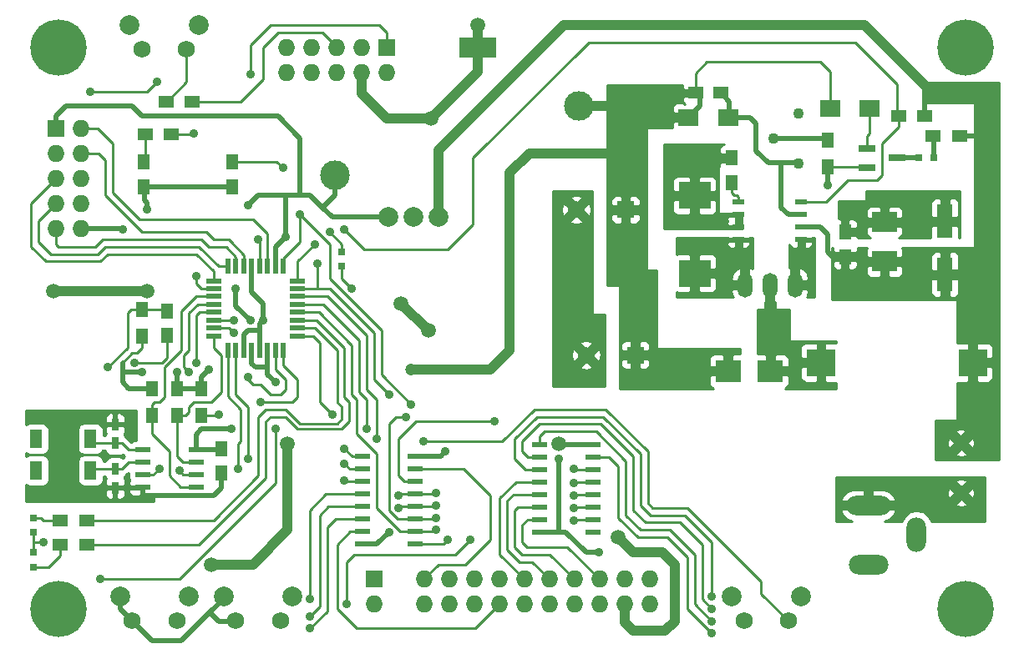
<source format=gtl>
G04 #@! TF.FileFunction,Copper,L1,Top,Signal*
%FSLAX46Y46*%
G04 Gerber Fmt 4.6, Leading zero omitted, Abs format (unit mm)*
G04 Created by KiCad (PCBNEW 4.0.4-stable) date 11/22/16 21:10:50*
%MOMM*%
%LPD*%
G01*
G04 APERTURE LIST*
%ADD10C,0.100000*%
%ADD11C,3.000000*%
%ADD12R,1.727200X1.727200*%
%ADD13O,1.727200X1.727200*%
%ADD14R,1.800860X0.800100*%
%ADD15R,0.797560X0.797560*%
%ADD16C,1.524000*%
%ADD17R,1.500000X1.300000*%
%ADD18R,1.550000X0.600000*%
%ADD19R,1.250000X1.500000*%
%ADD20R,1.500000X1.250000*%
%ADD21C,1.700000*%
%ADD22R,1.700000X1.700000*%
%ADD23R,2.500000X2.300000*%
%ADD24R,0.550000X1.600000*%
%ADD25R,1.600000X0.550000*%
%ADD26R,1.300000X1.500000*%
%ADD27R,2.000000X1.700000*%
%ADD28R,1.500000X0.600000*%
%ADD29C,5.700000*%
%ADD30R,0.750000X1.200000*%
%ADD31R,1.300000X1.900000*%
%ADD32R,1.143000X0.508000*%
%ADD33R,2.500000X2.000000*%
%ADD34R,1.600000X3.500000*%
%ADD35R,3.200000X2.700000*%
%ADD36O,1.501140X2.499360*%
%ADD37O,4.000000X2.000000*%
%ADD38O,4.500000X2.000000*%
%ADD39O,2.000000X3.500000*%
%ADD40C,1.750000*%
%ADD41C,2.000000*%
%ADD42C,1.100000*%
%ADD43R,2.920000X2.790000*%
%ADD44R,3.800000X2.000000*%
%ADD45C,1.500000*%
%ADD46C,0.889000*%
%ADD47C,1.200000*%
%ADD48C,1.000000*%
%ADD49C,0.500000*%
%ADD50C,0.254000*%
G04 APERTURE END LIST*
D10*
D11*
X146500000Y-72000000D03*
X171250000Y-65000000D03*
D12*
X118250000Y-67250000D03*
D13*
X120790000Y-67250000D03*
X118250000Y-69790000D03*
X120790000Y-69790000D03*
X118250000Y-72330000D03*
X120790000Y-72330000D03*
X118250000Y-74870000D03*
X120790000Y-74870000D03*
X118250000Y-77410000D03*
X120790000Y-77410000D03*
D14*
X200498860Y-69300000D03*
X200498860Y-71200000D03*
X203501140Y-70250000D03*
D15*
X147250000Y-81249300D03*
X147250000Y-79750700D03*
D12*
X150500000Y-113000000D03*
D13*
X150500000Y-115540000D03*
X155580000Y-113000000D03*
X155580000Y-115540000D03*
X158120000Y-113000000D03*
X158120000Y-115540000D03*
X160660000Y-113000000D03*
X160660000Y-115540000D03*
X163200000Y-113000000D03*
X163200000Y-115540000D03*
X165740000Y-113000000D03*
X165740000Y-115540000D03*
X168280000Y-113000000D03*
X168280000Y-115540000D03*
X170820000Y-113000000D03*
X170820000Y-115540000D03*
X173360000Y-113000000D03*
X173360000Y-115540000D03*
X175900000Y-113000000D03*
X175900000Y-115540000D03*
X178440000Y-113000000D03*
X178440000Y-115540000D03*
D16*
X210000000Y-99170000D03*
X210000000Y-104250000D03*
D17*
X129400000Y-64500000D03*
X132100000Y-64500000D03*
D18*
X127050000Y-99845000D03*
X127050000Y-101115000D03*
X127050000Y-102385000D03*
X127050000Y-103655000D03*
X132450000Y-103655000D03*
X132450000Y-102385000D03*
X132450000Y-101115000D03*
X132450000Y-99845000D03*
D19*
X186750000Y-72750000D03*
X186750000Y-70250000D03*
X198250000Y-80250000D03*
X198250000Y-77750000D03*
D20*
X185625000Y-63625000D03*
X183125000Y-63625000D03*
D21*
X171000000Y-75500000D03*
D22*
X176000000Y-75500000D03*
D21*
X172000000Y-90250000D03*
D22*
X177000000Y-90250000D03*
D19*
X129500000Y-85750000D03*
X129500000Y-88250000D03*
X135000000Y-102250000D03*
X135000000Y-99750000D03*
D23*
X190675000Y-91875000D03*
X186375000Y-91875000D03*
D24*
X135700000Y-89750000D03*
X136500000Y-89750000D03*
X137300000Y-89750000D03*
X138100000Y-89750000D03*
X138900000Y-89750000D03*
X139700000Y-89750000D03*
X140500000Y-89750000D03*
X141300000Y-89750000D03*
D25*
X142750000Y-88300000D03*
X142750000Y-87500000D03*
X142750000Y-86700000D03*
X142750000Y-85900000D03*
X142750000Y-85100000D03*
X142750000Y-84300000D03*
X142750000Y-83500000D03*
X142750000Y-82700000D03*
D24*
X141300000Y-81250000D03*
X140500000Y-81250000D03*
X139700000Y-81250000D03*
X138900000Y-81250000D03*
X138100000Y-81250000D03*
X137300000Y-81250000D03*
X136500000Y-81250000D03*
X135700000Y-81250000D03*
D25*
X134250000Y-82700000D03*
X134250000Y-83500000D03*
X134250000Y-84300000D03*
X134250000Y-85100000D03*
X134250000Y-85900000D03*
X134250000Y-86700000D03*
X134250000Y-87500000D03*
X134250000Y-88300000D03*
D17*
X206350000Y-66000000D03*
X203650000Y-66000000D03*
D26*
X196500000Y-68400000D03*
X196500000Y-71100000D03*
D27*
X186375000Y-66125000D03*
X182375000Y-66125000D03*
D17*
X121350000Y-107000000D03*
X118650000Y-107000000D03*
X121350000Y-109500000D03*
X118650000Y-109500000D03*
D26*
X127000000Y-85650000D03*
X127000000Y-88350000D03*
X128000000Y-93650000D03*
X128000000Y-96350000D03*
X133000000Y-93650000D03*
X133000000Y-96350000D03*
X130500000Y-93650000D03*
X130500000Y-96350000D03*
D28*
X149300000Y-100555000D03*
X149300000Y-101825000D03*
X149300000Y-103095000D03*
X149300000Y-104365000D03*
X149300000Y-105635000D03*
X149300000Y-106905000D03*
X149300000Y-108175000D03*
X149300000Y-109445000D03*
X154700000Y-109445000D03*
X154700000Y-108175000D03*
X154700000Y-106905000D03*
X154700000Y-105635000D03*
X154700000Y-104365000D03*
X154700000Y-103095000D03*
X154700000Y-101825000D03*
X154700000Y-100555000D03*
X167300000Y-99305000D03*
X167300000Y-100575000D03*
X167300000Y-101845000D03*
X167300000Y-103115000D03*
X167300000Y-104385000D03*
X167300000Y-105655000D03*
X167300000Y-106925000D03*
X167300000Y-108195000D03*
X172700000Y-108195000D03*
X172700000Y-106925000D03*
X172700000Y-105655000D03*
X172700000Y-104385000D03*
X172700000Y-103115000D03*
X172700000Y-101845000D03*
X172700000Y-100575000D03*
X172700000Y-99305000D03*
D29*
X118500000Y-116000000D03*
X118500000Y-59000000D03*
X210500000Y-59000000D03*
X210500000Y-116000000D03*
D15*
X207249300Y-70250000D03*
X205750700Y-70250000D03*
X116000000Y-108249300D03*
X116000000Y-106750700D03*
X116000000Y-110250700D03*
X116000000Y-111749300D03*
D17*
X209850000Y-68000000D03*
X207150000Y-68000000D03*
D30*
X124250000Y-97300000D03*
X124250000Y-99200000D03*
X124250000Y-103700000D03*
X124250000Y-101800000D03*
D31*
X121750000Y-101950000D03*
X116250000Y-101950000D03*
X116250000Y-98750000D03*
X121750000Y-98750000D03*
D12*
X151750000Y-59000000D03*
D13*
X151750000Y-61540000D03*
X149210000Y-59000000D03*
X149210000Y-61540000D03*
X146670000Y-59000000D03*
X146670000Y-61540000D03*
X144130000Y-59000000D03*
X144130000Y-61540000D03*
X141590000Y-59000000D03*
X141590000Y-61540000D03*
D32*
X187450000Y-78530000D03*
X187450000Y-77260000D03*
X187450000Y-75990000D03*
X187450000Y-74720000D03*
X193800000Y-74720000D03*
X193800000Y-75990000D03*
X193800000Y-77260000D03*
X193800000Y-78530000D03*
D33*
X202250000Y-80750000D03*
X202250000Y-76750000D03*
D34*
X208375000Y-82075000D03*
X208375000Y-76675000D03*
D35*
X183000000Y-81950000D03*
X183000000Y-74050000D03*
D27*
X200750000Y-65250000D03*
X196750000Y-65250000D03*
D36*
X190625000Y-83125000D03*
X193165000Y-83125000D03*
X188085000Y-83125000D03*
D17*
X127275000Y-67875000D03*
X129975000Y-67875000D03*
D26*
X136125000Y-70605000D03*
X136125000Y-73145000D03*
X127125000Y-73145000D03*
X127125000Y-70605000D03*
D37*
X200600000Y-111500000D03*
D38*
X200600000Y-105500000D03*
D39*
X205500000Y-108450000D03*
D40*
X130500000Y-117240000D03*
X126000000Y-117240000D03*
D41*
X131755000Y-114750000D03*
X124745000Y-114750000D03*
D40*
X141000000Y-117240000D03*
X136500000Y-117240000D03*
D41*
X142255000Y-114750000D03*
X135245000Y-114750000D03*
D40*
X192500000Y-117240000D03*
X188000000Y-117240000D03*
D41*
X193755000Y-114750000D03*
X186745000Y-114750000D03*
D40*
X131500000Y-59240000D03*
X127000000Y-59240000D03*
D41*
X132755000Y-56750000D03*
X125745000Y-56750000D03*
X151960000Y-76250000D03*
X154500000Y-76250000D03*
X157040000Y-76250000D03*
D42*
X190960000Y-68250000D03*
X193500000Y-65710000D03*
X193500000Y-70790000D03*
D43*
X211185000Y-91000000D03*
X195815000Y-91000000D03*
D44*
X161000000Y-59000000D03*
D45*
X156250000Y-66250000D03*
X161000000Y-56750000D03*
D46*
X146000000Y-77750000D03*
D45*
X134000000Y-111500000D03*
X141750000Y-99250000D03*
X127500000Y-83750000D03*
X118000000Y-83750000D03*
D46*
X169750000Y-84500000D03*
X170750000Y-84000000D03*
X181750000Y-70500000D03*
X173250000Y-110250000D03*
X199750000Y-75750000D03*
X198250000Y-75750000D03*
X184250000Y-70500000D03*
X196500000Y-73000000D03*
X169250000Y-100750000D03*
X125000000Y-77500000D03*
X127500000Y-75500000D03*
X183000000Y-71750000D03*
X181750000Y-71750000D03*
X183000000Y-70500000D03*
X184250000Y-71750000D03*
X183000000Y-69250000D03*
X184250000Y-69250000D03*
X181750000Y-69250000D03*
X205750000Y-77750000D03*
X204500000Y-77750000D03*
X205750000Y-75500000D03*
X204500000Y-75500000D03*
X170750000Y-82500000D03*
X169750000Y-83000000D03*
X169750000Y-81750000D03*
X172000000Y-83250000D03*
X152000000Y-108250000D03*
X118000000Y-104500000D03*
X118000000Y-96750000D03*
X126250000Y-91000000D03*
X139250000Y-86750000D03*
X138750000Y-78500000D03*
X121750000Y-63500000D03*
X128500000Y-62500000D03*
X123500000Y-91500000D03*
X132500000Y-91000000D03*
X128750000Y-101750000D03*
X136750000Y-101750000D03*
X137750000Y-100750000D03*
X137750000Y-92500000D03*
X146250000Y-96250000D03*
X155500000Y-99000000D03*
X170750000Y-107000000D03*
X156750000Y-108000000D03*
X153000000Y-104500000D03*
X149750000Y-97750000D03*
X170750000Y-103250000D03*
X156750000Y-104250000D03*
X153000000Y-105750000D03*
X150750000Y-98750000D03*
X170750000Y-104500000D03*
X156750000Y-105500000D03*
X152000000Y-94250000D03*
X138000000Y-61750000D03*
X144750000Y-81000000D03*
X144500000Y-79000000D03*
X154250000Y-95250000D03*
X143000000Y-76000000D03*
X134750000Y-96250000D03*
X131750000Y-92000000D03*
X130750000Y-102000000D03*
X136250000Y-88000000D03*
X136250000Y-86750000D03*
X162750000Y-97000000D03*
X153750000Y-96500000D03*
X170750000Y-105750000D03*
X156750000Y-106750000D03*
X158000000Y-109000000D03*
X170750000Y-101750000D03*
D47*
X154250000Y-91750000D03*
D46*
X117000000Y-109250000D03*
X122750000Y-113000000D03*
X140500000Y-97750000D03*
X136500000Y-83500000D03*
X138000000Y-86750000D03*
X141500000Y-78250000D03*
X157750000Y-100000000D03*
D45*
X175250000Y-108750000D03*
X169250000Y-99250000D03*
X156000000Y-87750000D03*
X153250000Y-85000000D03*
D46*
X133750000Y-91750000D03*
X136000000Y-97750000D03*
X137750000Y-75000000D03*
X127000000Y-92000000D03*
X130500000Y-92000000D03*
X140500000Y-93000000D03*
X132500000Y-82250000D03*
X132250000Y-67750000D03*
X141250000Y-71250000D03*
X147500000Y-77500000D03*
X139000000Y-95000000D03*
X147750000Y-115500000D03*
X160250000Y-109000000D03*
X144000000Y-115000000D03*
X144000000Y-116750000D03*
X147500000Y-99750000D03*
X144000000Y-118000000D03*
X147500000Y-101250000D03*
X147500000Y-103000000D03*
X184750000Y-118500000D03*
X184750000Y-117250000D03*
X184750000Y-116000000D03*
X184750000Y-114750000D03*
X148250000Y-83500000D03*
D48*
X161000000Y-59000000D02*
X161000000Y-56750000D01*
X156250000Y-66250000D02*
X159750000Y-62750000D01*
X161000000Y-61500000D02*
X161000000Y-59000000D01*
X159750000Y-62750000D02*
X161000000Y-61500000D01*
X149210000Y-61540000D02*
X149210000Y-63710000D01*
X149210000Y-63710000D02*
X151750000Y-66250000D01*
X151750000Y-66250000D02*
X156250000Y-66250000D01*
D49*
X200650000Y-111500000D02*
X201500000Y-111500000D01*
D48*
X200650000Y-111500000D02*
X200750000Y-111500000D01*
D50*
X147250000Y-79000000D02*
X146000000Y-77750000D01*
X147250000Y-79750700D02*
X147250000Y-79000000D01*
D48*
X141750000Y-99250000D02*
X141750000Y-107000000D01*
X141750000Y-108000000D02*
X141750000Y-107000000D01*
X138250000Y-111500000D02*
X141750000Y-108000000D01*
X138250000Y-111500000D02*
X134000000Y-111500000D01*
X118000000Y-83750000D02*
X127500000Y-83750000D01*
D50*
X196500000Y-71100000D02*
X200398860Y-71100000D01*
X200398860Y-71100000D02*
X200498860Y-71200000D01*
X171000000Y-75500000D02*
X169750000Y-76750000D01*
X169750000Y-77750000D02*
X171000000Y-79000000D01*
X169750000Y-76750000D02*
X169750000Y-77750000D01*
D49*
X133875000Y-116375000D02*
X134750000Y-117250000D01*
X134750000Y-117250000D02*
X136490000Y-117250000D01*
X136490000Y-117250000D02*
X136500000Y-117240000D01*
X135245000Y-114750000D02*
X135245000Y-115005000D01*
X135245000Y-115005000D02*
X133875000Y-116375000D01*
X133875000Y-116375000D02*
X131000000Y-119250000D01*
X124745000Y-114750000D02*
X124745000Y-115985000D01*
X124745000Y-115985000D02*
X126000000Y-117240000D01*
X128010000Y-119250000D02*
X126000000Y-117240000D01*
X131000000Y-119250000D02*
X128010000Y-119250000D01*
D50*
X170250000Y-88250000D02*
X170250000Y-85000000D01*
X170250000Y-84000000D02*
X169750000Y-84500000D01*
X170750000Y-84000000D02*
X171500000Y-83250000D01*
X170750000Y-84000000D02*
X170250000Y-84000000D01*
X170250000Y-85000000D02*
X169750000Y-84500000D01*
D49*
X149210000Y-63710000D02*
X151750000Y-66250000D01*
X151750000Y-66250000D02*
X156250000Y-66250000D01*
X172000000Y-110250000D02*
X173250000Y-110250000D01*
X169945000Y-108195000D02*
X172000000Y-110250000D01*
X169250000Y-108195000D02*
X169945000Y-108195000D01*
D50*
X124250000Y-103700000D02*
X127005000Y-103700000D01*
X127005000Y-103700000D02*
X127050000Y-103655000D01*
X198250000Y-75750000D02*
X198250000Y-77750000D01*
X199750000Y-75750000D02*
X198250000Y-75750000D01*
D49*
X196500000Y-73000000D02*
X196500000Y-71100000D01*
X138100000Y-81250000D02*
X138100000Y-83850000D01*
X139250000Y-85000000D02*
X139250000Y-86750000D01*
X138100000Y-83850000D02*
X139250000Y-85000000D01*
X169250000Y-100750000D02*
X169250000Y-108195000D01*
X167300000Y-108195000D02*
X169250000Y-108195000D01*
X120790000Y-77410000D02*
X124910000Y-77410000D01*
X124910000Y-77410000D02*
X125000000Y-77500000D01*
X127125000Y-73145000D02*
X136125000Y-73145000D01*
X127250000Y-74500000D02*
X127250000Y-73270000D01*
X127500000Y-74750000D02*
X127250000Y-74500000D01*
X127500000Y-75500000D02*
X127500000Y-74750000D01*
X127250000Y-73270000D02*
X127125000Y-73145000D01*
D50*
X202250000Y-74250000D02*
X202250000Y-76750000D01*
X196600000Y-71200000D02*
X196500000Y-71100000D01*
X181750000Y-71750000D02*
X181750000Y-70500000D01*
X183000000Y-71750000D02*
X181750000Y-71750000D01*
X181750000Y-70500000D02*
X183000000Y-70500000D01*
X184250000Y-71750000D02*
X184250000Y-70500000D01*
X183000000Y-71750000D02*
X184250000Y-71750000D01*
X184250000Y-70500000D02*
X186750000Y-70500000D01*
X184250000Y-70500000D02*
X183000000Y-70500000D01*
X183000000Y-69250000D02*
X183000000Y-70500000D01*
X183000000Y-74050000D02*
X183000000Y-71750000D01*
X186750000Y-70500000D02*
X187000000Y-70750000D01*
X183000000Y-69250000D02*
X184250000Y-69250000D01*
X181750000Y-69250000D02*
X183000000Y-69250000D01*
X205750000Y-76750000D02*
X205750000Y-77750000D01*
X204500000Y-76750000D02*
X204500000Y-77750000D01*
X205750000Y-76750000D02*
X205750000Y-75500000D01*
X204500000Y-76750000D02*
X204500000Y-75500000D01*
X170750000Y-82500000D02*
X170250000Y-82500000D01*
X170250000Y-82500000D02*
X169750000Y-83000000D01*
X170750000Y-82500000D02*
X170500000Y-82500000D01*
X171500000Y-83250000D02*
X170750000Y-82500000D01*
X170500000Y-82500000D02*
X169750000Y-81750000D01*
X171000000Y-81000000D02*
X172000000Y-82000000D01*
X172000000Y-82000000D02*
X172000000Y-83250000D01*
X171000000Y-79000000D02*
X171000000Y-81000000D01*
X172000000Y-83250000D02*
X171500000Y-83250000D01*
X187450000Y-75990000D02*
X186010000Y-75990000D01*
X185500000Y-76500000D02*
X185500000Y-77260000D01*
X186010000Y-75990000D02*
X185500000Y-76500000D01*
X183000000Y-74050000D02*
X183000000Y-75750000D01*
X184510000Y-77260000D02*
X185500000Y-77260000D01*
X185500000Y-77260000D02*
X187450000Y-77260000D01*
X183000000Y-75750000D02*
X184510000Y-77260000D01*
X183000000Y-74050000D02*
X183000000Y-73750000D01*
X202250000Y-76750000D02*
X204500000Y-76750000D01*
X204500000Y-76750000D02*
X205750000Y-76750000D01*
X205750000Y-76750000D02*
X208300000Y-76750000D01*
X208300000Y-76750000D02*
X208375000Y-76675000D01*
X198250000Y-77750000D02*
X199500000Y-77750000D01*
X199500000Y-77750000D02*
X200500000Y-76750000D01*
X200500000Y-76750000D02*
X202250000Y-76750000D01*
D49*
X150805000Y-109445000D02*
X152000000Y-108250000D01*
X149300000Y-109445000D02*
X150805000Y-109445000D01*
X134250000Y-104500000D02*
X135000000Y-103750000D01*
X127050000Y-104500000D02*
X134250000Y-104500000D01*
X127050000Y-103655000D02*
X127050000Y-104500000D01*
X135000000Y-103750000D02*
X135000000Y-102250000D01*
X124250000Y-103700000D02*
X123050000Y-103700000D01*
X123050000Y-103700000D02*
X122250000Y-104500000D01*
X122250000Y-104500000D02*
X118000000Y-104500000D01*
X124250000Y-97300000D02*
X123300000Y-97300000D01*
X122750000Y-96750000D02*
X118000000Y-96750000D01*
X123300000Y-97300000D02*
X122750000Y-96750000D01*
D50*
X129500000Y-88250000D02*
X129500000Y-90500000D01*
X129000000Y-91000000D02*
X126250000Y-91000000D01*
X129500000Y-90500000D02*
X129000000Y-91000000D01*
D49*
X137300000Y-89750000D02*
X137300000Y-88200000D01*
X137750000Y-87750000D02*
X138900000Y-87750000D01*
X137300000Y-88200000D02*
X137750000Y-87750000D01*
X138900000Y-87750000D02*
X138900000Y-87100000D01*
X138900000Y-87100000D02*
X139250000Y-86750000D01*
X138900000Y-89750000D02*
X138900000Y-87750000D01*
D50*
X186750000Y-72750000D02*
X186750000Y-73750000D01*
X187450000Y-74200000D02*
X187450000Y-74720000D01*
X187250000Y-74000000D02*
X187450000Y-74200000D01*
X187000000Y-74000000D02*
X187250000Y-74000000D01*
X186750000Y-73750000D02*
X187000000Y-74000000D01*
D48*
X206500000Y-63000000D02*
X207500000Y-64000000D01*
X212500000Y-64750000D02*
X212500000Y-68500000D01*
X211750000Y-64000000D02*
X212500000Y-64750000D01*
X207500000Y-64000000D02*
X211750000Y-64000000D01*
D49*
X206350000Y-66000000D02*
X206350000Y-62850000D01*
X206350000Y-62850000D02*
X206500000Y-63000000D01*
X210100000Y-68000000D02*
X212000000Y-68000000D01*
X212000000Y-68000000D02*
X212500000Y-68500000D01*
X212500000Y-81075000D02*
X211500000Y-82075000D01*
X212500000Y-68500000D02*
X212500000Y-81075000D01*
X196500000Y-78000000D02*
X196480000Y-78000000D01*
X196480000Y-78000000D02*
X195740000Y-77260000D01*
X193800000Y-77260000D02*
X195740000Y-77260000D01*
D48*
X200250000Y-56750000D02*
X169750000Y-56750000D01*
X157040000Y-69460000D02*
X169750000Y-56750000D01*
X157040000Y-76250000D02*
X157040000Y-69460000D01*
X206500000Y-63000000D02*
X200250000Y-56750000D01*
D49*
X202250000Y-80750000D02*
X204500000Y-80750000D01*
X205750000Y-82000000D02*
X208300000Y-82000000D01*
X204500000Y-80750000D02*
X205750000Y-82000000D01*
X208300000Y-82000000D02*
X208375000Y-82075000D01*
D50*
X209500000Y-98920000D02*
X209580000Y-98920000D01*
X209580000Y-98920000D02*
X211185000Y-97315000D01*
X211185000Y-91000000D02*
X211185000Y-97315000D01*
X211250000Y-91185000D02*
X211435000Y-91000000D01*
X211435000Y-83000000D02*
X211435000Y-82075000D01*
X211500000Y-82140000D02*
X211500000Y-82075000D01*
X211435000Y-82075000D02*
X211500000Y-82140000D01*
D48*
X211500000Y-82075000D02*
X208375000Y-82075000D01*
D50*
X208375000Y-82075000D02*
X210575000Y-82075000D01*
X211435000Y-82935000D02*
X211435000Y-83000000D01*
X211435000Y-83000000D02*
X211435000Y-91000000D01*
D49*
X198250000Y-80250000D02*
X199500000Y-80250000D01*
X200000000Y-80750000D02*
X202250000Y-80750000D01*
X199500000Y-80250000D02*
X200000000Y-80750000D01*
X196500000Y-78000000D02*
X196500000Y-79750000D01*
X196500000Y-79750000D02*
X197000000Y-80250000D01*
X197000000Y-80250000D02*
X198250000Y-80250000D01*
X191750000Y-75250000D02*
X191750000Y-70750000D01*
X186375000Y-66125000D02*
X188625000Y-66125000D01*
X188625000Y-66125000D02*
X189250000Y-66750000D01*
X189250000Y-66750000D02*
X189250000Y-69500000D01*
X189250000Y-69500000D02*
X190500000Y-70750000D01*
X190500000Y-70750000D02*
X191750000Y-70750000D01*
X191750000Y-70750000D02*
X193460000Y-70750000D01*
X193460000Y-70750000D02*
X193500000Y-70790000D01*
X193800000Y-75990000D02*
X192490000Y-75990000D01*
X192490000Y-75990000D02*
X191750000Y-75250000D01*
D50*
X192490000Y-75990000D02*
X191750000Y-75250000D01*
D49*
X185625000Y-63625000D02*
X186500000Y-64500000D01*
X186500000Y-64500000D02*
X186500000Y-66000000D01*
X186500000Y-66000000D02*
X186375000Y-66125000D01*
D50*
X138900000Y-78650000D02*
X138750000Y-78500000D01*
X138900000Y-78650000D02*
X138900000Y-81250000D01*
X127500000Y-63500000D02*
X121750000Y-63500000D01*
X128500000Y-62500000D02*
X127500000Y-63500000D01*
X132100000Y-64500000D02*
X137000000Y-64500000D01*
X137000000Y-64500000D02*
X139250000Y-62250000D01*
X139250000Y-59000000D02*
X140750000Y-57500000D01*
X139250000Y-62250000D02*
X139250000Y-59000000D01*
X146670000Y-59000000D02*
X146670000Y-58920000D01*
X146670000Y-58920000D02*
X145250000Y-57500000D01*
X145250000Y-57500000D02*
X140750000Y-57500000D01*
X125500000Y-89500000D02*
X123500000Y-91500000D01*
X125500000Y-89500000D02*
X125500000Y-86000000D01*
X127000000Y-85650000D02*
X125850000Y-85650000D01*
X125500000Y-86000000D02*
X125850000Y-85650000D01*
X132500000Y-86250000D02*
X132500000Y-91000000D01*
X132850000Y-85900000D02*
X132500000Y-86250000D01*
X134250000Y-85900000D02*
X132850000Y-85900000D01*
X127000000Y-85650000D02*
X129400000Y-85650000D01*
X129400000Y-85650000D02*
X129500000Y-85750000D01*
X124250000Y-99200000D02*
X121950000Y-99200000D01*
X121950000Y-99200000D02*
X121750000Y-99000000D01*
X127050000Y-99845000D02*
X125595000Y-99845000D01*
X124950000Y-99200000D02*
X124250000Y-99200000D01*
X125595000Y-99845000D02*
X124950000Y-99200000D01*
X124250000Y-101800000D02*
X122150000Y-101800000D01*
X122150000Y-101800000D02*
X121750000Y-102200000D01*
X127050000Y-101115000D02*
X125635000Y-101115000D01*
X124950000Y-101800000D02*
X124250000Y-101800000D01*
X125635000Y-101115000D02*
X124950000Y-101800000D01*
X122050000Y-102500000D02*
X122000000Y-102450000D01*
X127050000Y-102385000D02*
X128115000Y-102385000D01*
X128115000Y-102385000D02*
X128750000Y-101750000D01*
X190675000Y-91875000D02*
X193125000Y-91875000D01*
X193500000Y-91000000D02*
X195815000Y-91000000D01*
X193250000Y-91250000D02*
X193500000Y-91000000D01*
X193250000Y-91750000D02*
X193250000Y-91250000D01*
X193125000Y-91875000D02*
X193250000Y-91750000D01*
D49*
X195190000Y-91875000D02*
X196065000Y-91000000D01*
X190625000Y-83125000D02*
X190625000Y-91825000D01*
X190625000Y-91825000D02*
X190675000Y-91875000D01*
D50*
X136750000Y-101750000D02*
X136750000Y-99250000D01*
X135700000Y-94450000D02*
X137000000Y-95750000D01*
X135700000Y-94450000D02*
X135700000Y-89750000D01*
X137000000Y-99000000D02*
X137000000Y-95750000D01*
X136750000Y-99250000D02*
X137000000Y-99000000D01*
X136500000Y-89750000D02*
X136500000Y-94250000D01*
X137750000Y-95500000D02*
X137750000Y-100750000D01*
X136500000Y-94250000D02*
X137750000Y-95500000D01*
X140000000Y-94250000D02*
X139000000Y-93250000D01*
X140500000Y-89750000D02*
X140500000Y-91750000D01*
X141000000Y-94250000D02*
X140000000Y-94250000D01*
X141500000Y-93750000D02*
X141000000Y-94250000D01*
X141500000Y-92750000D02*
X141500000Y-93750000D01*
X140500000Y-91750000D02*
X141500000Y-92750000D01*
X137750000Y-92750000D02*
X137750000Y-92500000D01*
X138250000Y-93250000D02*
X137750000Y-92750000D01*
X139000000Y-93250000D02*
X138250000Y-93250000D01*
X192500000Y-117240000D02*
X192490000Y-117240000D01*
X192490000Y-117240000D02*
X189750000Y-114500000D01*
X155500000Y-99000000D02*
X163500000Y-99000000D01*
X144300000Y-88300000D02*
X145000000Y-89000000D01*
X142750000Y-88300000D02*
X144300000Y-88300000D01*
X146250000Y-96250000D02*
X145000000Y-95000000D01*
X145000000Y-95000000D02*
X145000000Y-89000000D01*
X189750000Y-113250000D02*
X189750000Y-114500000D01*
X182250000Y-105750000D02*
X189750000Y-113250000D01*
X178750000Y-105750000D02*
X182250000Y-105750000D01*
X178250000Y-105250000D02*
X178750000Y-105750000D01*
X178250000Y-100000000D02*
X178250000Y-105250000D01*
X174000000Y-95750000D02*
X178250000Y-100000000D01*
X166750000Y-95750000D02*
X174000000Y-95750000D01*
X163500000Y-99000000D02*
X166750000Y-95750000D01*
X146750000Y-95000000D02*
X147250000Y-95500000D01*
X142991998Y-97241998D02*
X141500000Y-95750000D01*
X138750000Y-96500000D02*
X139500000Y-95750000D01*
X134250000Y-107000000D02*
X138750000Y-102500000D01*
X134250000Y-107000000D02*
X121350000Y-107000000D01*
X138750000Y-102500000D02*
X138750000Y-96500000D01*
X139500000Y-95750000D02*
X141500000Y-95750000D01*
X146758002Y-97241998D02*
X142991998Y-97241998D01*
X147250000Y-96750000D02*
X146758002Y-97241998D01*
X147250000Y-95500000D02*
X147250000Y-96750000D01*
X146750000Y-89750000D02*
X144500000Y-87500000D01*
X146750000Y-95000000D02*
X146750000Y-89750000D01*
X144500000Y-87500000D02*
X142750000Y-87500000D01*
X142750000Y-97750000D02*
X147250000Y-97750000D01*
X141500000Y-96500000D02*
X140000000Y-96500000D01*
X140000000Y-96500000D02*
X139500000Y-97000000D01*
X121350000Y-109500000D02*
X132750000Y-109500000D01*
X139500000Y-102750000D02*
X139500000Y-97000000D01*
X132750000Y-109500000D02*
X139500000Y-102750000D01*
X142750000Y-97750000D02*
X141500000Y-96500000D01*
X147500000Y-94500000D02*
X147500000Y-89500000D01*
X148000000Y-95000000D02*
X147500000Y-94500000D01*
X148000000Y-97000000D02*
X148000000Y-95000000D01*
X147250000Y-97750000D02*
X148000000Y-97000000D01*
X147500000Y-89500000D02*
X144700000Y-86700000D01*
X144700000Y-86700000D02*
X142750000Y-86700000D01*
X150750000Y-100250000D02*
X148750000Y-98250000D01*
X148750000Y-94750000D02*
X148250000Y-94250000D01*
X148750000Y-98250000D02*
X148750000Y-94750000D01*
X170750000Y-107000000D02*
X170825000Y-106925000D01*
X172700000Y-106925000D02*
X170825000Y-106925000D01*
X144900000Y-85900000D02*
X148250000Y-89250000D01*
X148250000Y-89250000D02*
X148250000Y-94250000D01*
X144900000Y-85900000D02*
X142750000Y-85900000D01*
X150750000Y-105750000D02*
X150750000Y-100250000D01*
X153175000Y-108175000D02*
X150750000Y-105750000D01*
X154700000Y-108175000D02*
X153175000Y-108175000D01*
X154700000Y-108175000D02*
X156575000Y-108175000D01*
X156575000Y-108175000D02*
X156750000Y-108000000D01*
X153135000Y-104365000D02*
X154700000Y-104365000D01*
X153135000Y-104365000D02*
X153000000Y-104500000D01*
X149000000Y-94000000D02*
X149750000Y-94750000D01*
X149750000Y-94750000D02*
X149750000Y-97750000D01*
X149000000Y-88750000D02*
X149000000Y-94000000D01*
X145350000Y-85100000D02*
X142750000Y-85100000D01*
X145350000Y-85100000D02*
X149000000Y-88750000D01*
X172700000Y-103115000D02*
X170885000Y-103115000D01*
X170750000Y-103250000D02*
X170885000Y-103115000D01*
X154700000Y-104365000D02*
X156635000Y-104365000D01*
X156635000Y-104365000D02*
X156750000Y-104250000D01*
X149750000Y-88250000D02*
X149750000Y-93750000D01*
X153115000Y-105635000D02*
X154700000Y-105635000D01*
X153115000Y-105635000D02*
X153000000Y-105750000D01*
X150750000Y-94750000D02*
X150750000Y-98750000D01*
X149750000Y-93750000D02*
X150750000Y-94750000D01*
X170750000Y-104500000D02*
X170865000Y-104385000D01*
X172700000Y-104385000D02*
X170865000Y-104385000D01*
X145800000Y-84300000D02*
X149750000Y-88250000D01*
X145800000Y-84300000D02*
X142750000Y-84300000D01*
X154700000Y-105635000D02*
X156615000Y-105635000D01*
X156615000Y-105635000D02*
X156750000Y-105500000D01*
X150500000Y-92750000D02*
X152000000Y-94250000D01*
X150500000Y-92750000D02*
X150500000Y-88000000D01*
X144750000Y-83500000D02*
X144750000Y-81000000D01*
X151750000Y-57500000D02*
X151750000Y-59000000D01*
X151000000Y-56750000D02*
X151750000Y-57500000D01*
X140000000Y-56750000D02*
X151000000Y-56750000D01*
X138000000Y-58750000D02*
X140000000Y-56750000D01*
X138000000Y-61750000D02*
X138000000Y-58750000D01*
X146000000Y-83500000D02*
X144750000Y-83500000D01*
X144750000Y-83500000D02*
X142750000Y-83500000D01*
X146000000Y-83500000D02*
X150500000Y-88000000D01*
X142750000Y-80750000D02*
X144500000Y-79000000D01*
X142750000Y-82700000D02*
X142750000Y-80750000D01*
X151250000Y-92250000D02*
X154250000Y-95250000D01*
X146000000Y-79000000D02*
X146000000Y-82500000D01*
X146000000Y-82500000D02*
X151250000Y-87750000D01*
X151250000Y-87750000D02*
X151250000Y-92250000D01*
X143000000Y-76000000D02*
X146000000Y-79000000D01*
X143000000Y-76000000D02*
X143000000Y-78750000D01*
X143000000Y-78750000D02*
X141300000Y-80450000D01*
X141300000Y-81250000D02*
X141300000Y-80450000D01*
X139700000Y-81250000D02*
X139700000Y-77950000D01*
X122500000Y-67250000D02*
X120790000Y-67250000D01*
X124000000Y-68750000D02*
X122500000Y-67250000D01*
X124000000Y-73750000D02*
X124000000Y-68750000D01*
X126750000Y-76500000D02*
X124000000Y-73750000D01*
X138250000Y-76500000D02*
X126750000Y-76500000D01*
X139700000Y-77950000D02*
X138250000Y-76500000D01*
X136000000Y-78781576D02*
X136000000Y-78750000D01*
X137300000Y-80081576D02*
X136000000Y-78781576D01*
X137300000Y-81250000D02*
X137300000Y-80081576D01*
X122540000Y-69790000D02*
X120790000Y-69790000D01*
X123250000Y-70500000D02*
X122540000Y-69790000D01*
X123250000Y-74000000D02*
X123250000Y-70500000D01*
X127000000Y-77750000D02*
X123250000Y-74000000D01*
X133500000Y-77750000D02*
X127000000Y-77750000D01*
X134250000Y-78500000D02*
X133500000Y-77750000D01*
X135750000Y-78500000D02*
X134250000Y-78500000D01*
X136000000Y-78750000D02*
X135750000Y-78500000D01*
X123500000Y-80000000D02*
X132500000Y-80000000D01*
X122750000Y-80750000D02*
X117250000Y-80750000D01*
X115750000Y-74830000D02*
X118250000Y-72330000D01*
X115750000Y-79250000D02*
X115750000Y-74830000D01*
X117250000Y-80750000D02*
X115750000Y-79250000D01*
X123500000Y-80000000D02*
X122750000Y-80750000D01*
X132500000Y-80000000D02*
X134250000Y-81750000D01*
X134250000Y-82700000D02*
X134250000Y-81750000D01*
X122500000Y-80000000D02*
X117750000Y-80000000D01*
X116500000Y-76620000D02*
X118250000Y-74870000D01*
X116500000Y-78750000D02*
X116500000Y-76620000D01*
X117750000Y-80000000D02*
X116500000Y-78750000D01*
X134750000Y-81250000D02*
X135700000Y-81250000D01*
X123250000Y-79250000D02*
X122500000Y-80000000D01*
X132750000Y-79250000D02*
X123250000Y-79250000D01*
X134750000Y-81250000D02*
X132750000Y-79250000D01*
X122250000Y-79250000D02*
X118500000Y-79250000D01*
X118250000Y-79000000D02*
X118250000Y-77410000D01*
X118500000Y-79250000D02*
X118250000Y-79000000D01*
X123000000Y-78500000D02*
X122250000Y-79250000D01*
X133000000Y-78500000D02*
X123000000Y-78500000D01*
X136500000Y-81250000D02*
X136500000Y-80250000D01*
X133750000Y-79250000D02*
X133000000Y-78500000D01*
X135500000Y-79250000D02*
X133750000Y-79250000D01*
X136500000Y-80250000D02*
X135500000Y-79250000D01*
X128000000Y-98250000D02*
X129750000Y-100000000D01*
X128000000Y-98250000D02*
X128000000Y-96350000D01*
X129750000Y-100000000D02*
X129750000Y-102500000D01*
X132450000Y-103655000D02*
X130905000Y-103655000D01*
X130905000Y-103655000D02*
X129750000Y-102500000D01*
X128000000Y-96350000D02*
X128000000Y-95250000D01*
X128000000Y-95250000D02*
X128250000Y-95000000D01*
X128250000Y-95000000D02*
X128750000Y-95000000D01*
X128750000Y-95000000D02*
X129250000Y-94500000D01*
X129250000Y-94500000D02*
X129250000Y-91500000D01*
X129250000Y-91500000D02*
X131000000Y-89750000D01*
X131000000Y-89750000D02*
X131000000Y-85750000D01*
X132450000Y-84300000D02*
X134250000Y-84300000D01*
X131000000Y-85750000D02*
X132450000Y-84300000D01*
X131250000Y-90250000D02*
X131750000Y-89750000D01*
X131250000Y-91500000D02*
X131250000Y-90250000D01*
X131750000Y-92000000D02*
X131250000Y-91500000D01*
X131750000Y-89750000D02*
X131750000Y-86000000D01*
X134250000Y-85100000D02*
X132650000Y-85100000D01*
X131750000Y-86000000D02*
X132650000Y-85100000D01*
X131135000Y-102385000D02*
X132450000Y-102385000D01*
X131135000Y-102385000D02*
X130750000Y-102000000D01*
X133000000Y-96350000D02*
X134650000Y-96350000D01*
X134650000Y-96350000D02*
X134750000Y-96250000D01*
X134650000Y-96350000D02*
X134750000Y-96250000D01*
X135750000Y-87500000D02*
X136250000Y-88000000D01*
X134250000Y-87500000D02*
X135750000Y-87500000D01*
X134250000Y-86700000D02*
X136200000Y-86700000D01*
X136200000Y-86700000D02*
X136250000Y-86750000D01*
X130500000Y-96350000D02*
X130500000Y-100500000D01*
X131115000Y-101115000D02*
X132450000Y-101115000D01*
X130500000Y-100500000D02*
X131115000Y-101115000D01*
X131750000Y-96000000D02*
X131750000Y-95500000D01*
X131750000Y-96000000D02*
X131400000Y-96350000D01*
X130500000Y-96350000D02*
X131400000Y-96350000D01*
X135000000Y-90250000D02*
X134250000Y-89500000D01*
X135000000Y-94000000D02*
X135000000Y-90250000D01*
X134000000Y-95000000D02*
X135000000Y-94000000D01*
X132250000Y-95000000D02*
X134000000Y-95000000D01*
X131750000Y-95500000D02*
X132250000Y-95000000D01*
X134250000Y-88300000D02*
X134250000Y-89500000D01*
X193800000Y-78530000D02*
X193800000Y-79700000D01*
X193165000Y-80335000D02*
X193165000Y-83125000D01*
X193800000Y-79700000D02*
X193165000Y-80335000D01*
D49*
X188085000Y-83125000D02*
X186625000Y-83125000D01*
X185450000Y-81950000D02*
X183000000Y-81950000D01*
X186625000Y-83125000D02*
X185450000Y-81950000D01*
D50*
X187450000Y-78530000D02*
X187450000Y-79950000D01*
X188085000Y-80585000D02*
X188085000Y-83125000D01*
X187450000Y-79950000D02*
X188085000Y-80585000D01*
D49*
X205750700Y-70250000D02*
X203501140Y-70250000D01*
D50*
X153000000Y-102500000D02*
X153000000Y-98750000D01*
X154700000Y-103095000D02*
X153595000Y-103095000D01*
X153595000Y-103095000D02*
X153000000Y-102500000D01*
X154750000Y-97000000D02*
X162750000Y-97000000D01*
X153000000Y-98750000D02*
X154750000Y-97000000D01*
X152000000Y-106000000D02*
X152000000Y-97250000D01*
X152905000Y-106905000D02*
X152000000Y-106000000D01*
X154700000Y-106905000D02*
X152905000Y-106905000D01*
X152750000Y-96500000D02*
X153750000Y-96500000D01*
X152000000Y-97250000D02*
X152750000Y-96500000D01*
X172700000Y-105655000D02*
X170845000Y-105655000D01*
X170750000Y-105750000D02*
X170845000Y-105655000D01*
X154700000Y-106905000D02*
X156595000Y-106905000D01*
X156595000Y-106905000D02*
X156750000Y-106750000D01*
X154700000Y-109445000D02*
X157555000Y-109445000D01*
X157555000Y-109445000D02*
X158000000Y-109000000D01*
X172700000Y-101845000D02*
X170845000Y-101845000D01*
X170750000Y-101750000D02*
X170845000Y-101845000D01*
X129400000Y-64500000D02*
X129500000Y-64500000D01*
X129500000Y-64500000D02*
X131500000Y-62500000D01*
X131500000Y-62500000D02*
X131500000Y-59240000D01*
X209500000Y-104000000D02*
X209500000Y-104250000D01*
X209500000Y-104250000D02*
X208250000Y-105500000D01*
X200650000Y-105500000D02*
X208250000Y-105500000D01*
D48*
X171250000Y-65000000D02*
X175000000Y-65000000D01*
D49*
X175250000Y-65000000D02*
X176500000Y-66250000D01*
X176500000Y-66250000D02*
X176500000Y-66500000D01*
X171250000Y-65000000D02*
X175250000Y-65000000D01*
D48*
X175000000Y-65000000D02*
X176500000Y-66500000D01*
D50*
X176000000Y-75500000D02*
X176000000Y-78250000D01*
X176000000Y-78250000D02*
X177000000Y-79250000D01*
X182375000Y-91875000D02*
X186375000Y-91875000D01*
X177000000Y-92250000D02*
X177750000Y-93000000D01*
X177000000Y-90250000D02*
X177000000Y-92250000D01*
X182375000Y-91875000D02*
X182250000Y-92000000D01*
X181250000Y-93000000D02*
X182375000Y-91875000D01*
X177750000Y-93000000D02*
X181250000Y-93000000D01*
D49*
X182375000Y-66125000D02*
X183500000Y-65000000D01*
X183500000Y-65000000D02*
X183500000Y-64000000D01*
X183500000Y-64000000D02*
X183125000Y-63625000D01*
X182375000Y-66125000D02*
X179875000Y-66125000D01*
X179875000Y-63625000D02*
X183125000Y-63625000D01*
X179750000Y-63750000D02*
X179875000Y-63625000D01*
X179750000Y-66000000D02*
X179750000Y-63750000D01*
X179875000Y-66125000D02*
X179750000Y-66000000D01*
D50*
X196750000Y-65250000D02*
X196750000Y-61500000D01*
X196750000Y-61500000D02*
X195750000Y-60500000D01*
X195750000Y-60500000D02*
X184250000Y-60500000D01*
X184250000Y-60500000D02*
X183125000Y-61625000D01*
X183125000Y-61625000D02*
X183125000Y-63625000D01*
D48*
X166250000Y-69750000D02*
X164250000Y-71750000D01*
X164250000Y-71750000D02*
X164250000Y-89750000D01*
X164250000Y-89750000D02*
X162250000Y-91750000D01*
X162250000Y-91750000D02*
X154250000Y-91750000D01*
X166250000Y-69750000D02*
X176000000Y-69750000D01*
D50*
X185750000Y-91250000D02*
X186375000Y-91875000D01*
D49*
X182250000Y-66000000D02*
X182375000Y-66125000D01*
D50*
X183125000Y-65375000D02*
X182375000Y-66125000D01*
X182375000Y-66125000D02*
X177125000Y-66125000D01*
X177125000Y-66125000D02*
X176000000Y-67250000D01*
X176000000Y-67250000D02*
X176000000Y-69750000D01*
X176000000Y-69750000D02*
X176000000Y-75750000D01*
X177000000Y-90250000D02*
X177000000Y-79250000D01*
D49*
X146500000Y-72000000D02*
X146500000Y-74000000D01*
X146500000Y-74000000D02*
X145250000Y-75250000D01*
D50*
X116000000Y-109250000D02*
X116000000Y-108249300D01*
X116000000Y-110250700D02*
X116000000Y-109250000D01*
X116000000Y-109250000D02*
X117000000Y-109250000D01*
X140500000Y-103250000D02*
X140500000Y-97750000D01*
X130750000Y-113000000D02*
X122750000Y-113000000D01*
X140500000Y-103250000D02*
X130750000Y-113000000D01*
D49*
X136500000Y-85250000D02*
X136500000Y-83500000D01*
X138000000Y-86750000D02*
X136500000Y-85250000D01*
X141500000Y-78250000D02*
X141500000Y-74000000D01*
X141500000Y-74000000D02*
X141750000Y-74000000D01*
X140500000Y-81250000D02*
X140500000Y-79250000D01*
X140500000Y-79250000D02*
X141500000Y-78250000D01*
X172700000Y-99305000D02*
X169305000Y-99305000D01*
X169305000Y-99305000D02*
X169250000Y-99250000D01*
X157750000Y-100000000D02*
X157250000Y-100500000D01*
X157250000Y-100500000D02*
X154755000Y-100500000D01*
X154755000Y-100500000D02*
X154700000Y-100555000D01*
D48*
X175250000Y-108750000D02*
X176750000Y-110250000D01*
X176750000Y-110250000D02*
X179750000Y-110250000D01*
X179750000Y-110250000D02*
X181000000Y-111500000D01*
X181000000Y-111500000D02*
X181000000Y-117250000D01*
X181000000Y-117250000D02*
X180000000Y-118250000D01*
X180000000Y-118250000D02*
X176750000Y-118250000D01*
X176750000Y-118250000D02*
X175900000Y-117400000D01*
X175900000Y-117400000D02*
X175900000Y-115540000D01*
X169250000Y-99250000D02*
X169305000Y-99305000D01*
X153250000Y-85000000D02*
X156000000Y-87750000D01*
D49*
X175900000Y-117400000D02*
X175900000Y-115540000D01*
X176750000Y-118250000D02*
X175900000Y-117400000D01*
X180000000Y-118250000D02*
X176750000Y-118250000D01*
X181000000Y-117250000D02*
X180000000Y-118250000D01*
X181000000Y-111500000D02*
X181000000Y-117250000D01*
X179750000Y-110250000D02*
X181000000Y-111500000D01*
X176750000Y-110250000D02*
X179750000Y-110250000D01*
X175250000Y-108750000D02*
X176750000Y-110250000D01*
X127000000Y-66000000D02*
X140750000Y-66000000D01*
X118250000Y-67250000D02*
X118250000Y-66000000D01*
X126000000Y-65000000D02*
X127000000Y-66000000D01*
X119250000Y-65000000D02*
X126000000Y-65000000D01*
X118250000Y-66000000D02*
X119250000Y-65000000D01*
X143000000Y-68250000D02*
X143000000Y-74000000D01*
X140750000Y-66000000D02*
X143000000Y-68250000D01*
X133000000Y-93650000D02*
X133000000Y-92500000D01*
X133750000Y-91750000D02*
X133000000Y-92500000D01*
X132450000Y-99845000D02*
X132450000Y-98300000D01*
X133000000Y-97750000D02*
X132450000Y-98300000D01*
X136000000Y-97750000D02*
X133000000Y-97750000D01*
X138750000Y-74000000D02*
X137750000Y-75000000D01*
X141750000Y-74000000D02*
X138750000Y-74000000D01*
X143000000Y-74000000D02*
X141750000Y-74000000D01*
X146250000Y-76250000D02*
X145250000Y-75250000D01*
X145250000Y-75250000D02*
X144000000Y-74000000D01*
X144000000Y-74000000D02*
X143000000Y-74000000D01*
X146250000Y-76250000D02*
X147250000Y-76250000D01*
X147250000Y-76250000D02*
X151960000Y-76250000D01*
X132450000Y-99845000D02*
X134905000Y-99845000D01*
X134905000Y-99845000D02*
X135000000Y-99750000D01*
X125000000Y-92000000D02*
X125000000Y-91000000D01*
D50*
X126500000Y-90000000D02*
X126000000Y-90000000D01*
X127000000Y-89500000D02*
X126500000Y-90000000D01*
X127000000Y-89500000D02*
X127000000Y-88350000D01*
X125000000Y-91000000D02*
X126000000Y-90000000D01*
D49*
X125000000Y-92000000D02*
X127000000Y-92000000D01*
X130500000Y-92000000D02*
X130500000Y-93650000D01*
X128000000Y-93650000D02*
X125650000Y-93650000D01*
X125000000Y-93000000D02*
X125000000Y-92000000D01*
X125650000Y-93650000D02*
X125000000Y-93000000D01*
X138100000Y-89750000D02*
X138100000Y-91100000D01*
X138100000Y-91100000D02*
X138500000Y-91500000D01*
X138500000Y-91500000D02*
X139700000Y-91500000D01*
X139700000Y-89750000D02*
X139700000Y-91500000D01*
X139700000Y-91500000D02*
X139700000Y-92200000D01*
X139700000Y-92200000D02*
X140500000Y-93000000D01*
X133000000Y-93650000D02*
X130500000Y-93650000D01*
D50*
X175900000Y-115540000D02*
X175900000Y-115600000D01*
X175900000Y-115540000D02*
X175900000Y-115650000D01*
D49*
X207249300Y-70250000D02*
X207249300Y-68099300D01*
X207249300Y-68099300D02*
X207150000Y-68000000D01*
X207249300Y-68099300D02*
X207150000Y-68000000D01*
X207249300Y-68150700D02*
X207400000Y-68000000D01*
D50*
X133000000Y-83500000D02*
X132500000Y-83000000D01*
X132500000Y-83000000D02*
X132500000Y-82250000D01*
X134250000Y-83500000D02*
X133000000Y-83500000D01*
X132125000Y-67875000D02*
X129975000Y-67875000D01*
X132250000Y-67750000D02*
X132125000Y-67875000D01*
X200498860Y-68001140D02*
X200498860Y-69300000D01*
X200750000Y-67750000D02*
X200498860Y-68001140D01*
X200750000Y-65250000D02*
X200750000Y-67750000D01*
D49*
X190960000Y-68250000D02*
X196350000Y-68250000D01*
X196350000Y-68250000D02*
X196500000Y-68400000D01*
D50*
X127275000Y-67875000D02*
X127275000Y-70455000D01*
X127275000Y-70455000D02*
X127125000Y-70605000D01*
X198500000Y-72500000D02*
X201500000Y-72500000D01*
X203650000Y-67100000D02*
X202000000Y-68750000D01*
X202000000Y-68750000D02*
X202000000Y-72000000D01*
X203650000Y-67100000D02*
X203650000Y-66000000D01*
X201500000Y-72500000D02*
X202000000Y-72000000D01*
X199250000Y-58500000D02*
X203500000Y-62750000D01*
X199250000Y-58500000D02*
X172250000Y-58500000D01*
X172250000Y-58500000D02*
X160500000Y-70250000D01*
X160500000Y-70250000D02*
X160500000Y-77000000D01*
X160500000Y-77000000D02*
X158000000Y-79500000D01*
X158000000Y-79500000D02*
X149500000Y-79500000D01*
X147500000Y-77500000D02*
X149500000Y-79500000D01*
X136125000Y-70605000D02*
X140605000Y-70605000D01*
X140605000Y-70605000D02*
X141250000Y-71250000D01*
X203500000Y-62750000D02*
X203500000Y-65850000D01*
X203500000Y-65850000D02*
X203650000Y-66000000D01*
X196280000Y-74720000D02*
X193800000Y-74720000D01*
X198500000Y-72500000D02*
X196280000Y-74720000D01*
X148500000Y-110500000D02*
X158750000Y-110500000D01*
X147750000Y-111250000D02*
X148500000Y-110500000D01*
X142250000Y-95000000D02*
X139000000Y-95000000D01*
X141300000Y-91300000D02*
X142750000Y-92750000D01*
X142750000Y-92750000D02*
X142750000Y-94500000D01*
X142750000Y-94500000D02*
X142250000Y-95000000D01*
X141300000Y-89750000D02*
X141300000Y-91300000D01*
X147750000Y-115500000D02*
X147750000Y-111250000D01*
X158750000Y-110500000D02*
X160250000Y-109000000D01*
X145635000Y-104365000D02*
X144000000Y-106000000D01*
X144000000Y-106000000D02*
X144000000Y-115000000D01*
X145635000Y-104365000D02*
X149300000Y-104365000D01*
X154700000Y-101825000D02*
X159575000Y-101825000D01*
X157000000Y-111500000D02*
X159750000Y-111500000D01*
X159750000Y-111500000D02*
X162250000Y-109000000D01*
X157000000Y-111500000D02*
X155580000Y-112920000D01*
X162250000Y-104500000D02*
X162250000Y-109000000D01*
X159575000Y-101825000D02*
X162250000Y-104500000D01*
X155580000Y-113000000D02*
X155580000Y-112920000D01*
X149300000Y-105635000D02*
X145865000Y-105635000D01*
X145000000Y-106500000D02*
X145000000Y-115750000D01*
X145865000Y-105635000D02*
X145000000Y-106500000D01*
X145000000Y-115750000D02*
X144000000Y-116750000D01*
X148305000Y-100555000D02*
X147500000Y-99750000D01*
X148305000Y-100555000D02*
X149300000Y-100555000D01*
X145750000Y-116250000D02*
X144000000Y-118000000D01*
X146595000Y-106905000D02*
X149300000Y-106905000D01*
X145750000Y-107750000D02*
X145750000Y-116250000D01*
X146595000Y-106905000D02*
X145750000Y-107750000D01*
X148075000Y-101825000D02*
X147500000Y-101250000D01*
X148075000Y-101825000D02*
X149300000Y-101825000D01*
X149300000Y-108175000D02*
X148075000Y-108175000D01*
X148075000Y-108175000D02*
X146750000Y-109500000D01*
X146750000Y-116000000D02*
X148750000Y-118000000D01*
X146750000Y-109500000D02*
X146750000Y-116000000D01*
X160740000Y-118000000D02*
X163200000Y-115540000D01*
X148750000Y-118000000D02*
X160740000Y-118000000D01*
X147595000Y-103095000D02*
X147500000Y-103000000D01*
X149300000Y-103095000D02*
X147595000Y-103095000D01*
X182250000Y-110750000D02*
X182250000Y-116000000D01*
X182250000Y-116000000D02*
X184750000Y-118500000D01*
X172700000Y-100575000D02*
X174325000Y-100575000D01*
X174325000Y-100575000D02*
X175250000Y-101500000D01*
X175250000Y-101500000D02*
X175250000Y-106750000D01*
X175250000Y-106750000D02*
X177250000Y-108750000D01*
X177250000Y-108750000D02*
X180250000Y-108750000D01*
X180250000Y-108750000D02*
X182250000Y-110750000D01*
X167300000Y-103115000D02*
X164885000Y-103115000D01*
X163250000Y-110510000D02*
X165740000Y-113000000D01*
X163250000Y-104750000D02*
X163250000Y-110510000D01*
X164885000Y-103115000D02*
X163250000Y-104750000D01*
X165740000Y-113000000D02*
X165740000Y-112990000D01*
X183000000Y-110500000D02*
X183000000Y-115500000D01*
X183000000Y-115500000D02*
X184750000Y-117250000D01*
X167300000Y-98450000D02*
X167750000Y-98000000D01*
X167750000Y-98000000D02*
X173000000Y-98000000D01*
X173000000Y-98000000D02*
X176000000Y-101000000D01*
X176000000Y-101000000D02*
X176000000Y-106500000D01*
X176000000Y-106500000D02*
X177500000Y-108000000D01*
X177500000Y-108000000D02*
X180500000Y-108000000D01*
X167300000Y-98450000D02*
X167300000Y-99305000D01*
X180500000Y-108000000D02*
X183000000Y-110500000D01*
X167300000Y-104385000D02*
X164615000Y-104385000D01*
X166530000Y-111250000D02*
X168280000Y-113000000D01*
X165250000Y-111250000D02*
X166530000Y-111250000D01*
X164000000Y-110000000D02*
X165250000Y-111250000D01*
X164000000Y-105000000D02*
X164000000Y-110000000D01*
X164615000Y-104385000D02*
X164000000Y-105000000D01*
X181500000Y-107250000D02*
X183750000Y-109500000D01*
X183750000Y-109500000D02*
X183750000Y-115000000D01*
X183750000Y-115000000D02*
X184750000Y-116000000D01*
X166075000Y-100575000D02*
X165500000Y-100000000D01*
X165500000Y-100000000D02*
X165500000Y-99000000D01*
X165500000Y-99000000D02*
X167250000Y-97250000D01*
X167250000Y-97250000D02*
X173500000Y-97250000D01*
X173500000Y-97250000D02*
X176750000Y-100500000D01*
X176750000Y-100500000D02*
X176750000Y-106000000D01*
X176750000Y-106000000D02*
X178000000Y-107250000D01*
X178000000Y-107250000D02*
X181500000Y-107250000D01*
X167300000Y-100575000D02*
X166075000Y-100575000D01*
X167300000Y-105655000D02*
X165095000Y-105655000D01*
X168320000Y-110500000D02*
X170820000Y-113000000D01*
X165500000Y-110500000D02*
X168320000Y-110500000D01*
X164750000Y-109750000D02*
X165500000Y-110500000D01*
X164750000Y-106000000D02*
X164750000Y-109750000D01*
X165095000Y-105655000D02*
X164750000Y-106000000D01*
X182000000Y-106500000D02*
X184750000Y-109250000D01*
X184750000Y-109250000D02*
X184750000Y-114750000D01*
X165845000Y-101845000D02*
X167300000Y-101845000D01*
X178500000Y-106500000D02*
X182000000Y-106500000D01*
X177500000Y-105500000D02*
X178500000Y-106500000D01*
X177500000Y-100250000D02*
X177500000Y-105500000D01*
X173750000Y-96500000D02*
X177500000Y-100250000D01*
X167000000Y-96500000D02*
X173750000Y-96500000D01*
X164750000Y-98750000D02*
X167000000Y-96500000D01*
X164750000Y-100750000D02*
X164750000Y-98750000D01*
X165845000Y-101845000D02*
X164750000Y-100750000D01*
X167300000Y-106925000D02*
X166075000Y-106925000D01*
X170110000Y-109750000D02*
X173360000Y-113000000D01*
X166000000Y-109750000D02*
X170110000Y-109750000D01*
X165500000Y-109250000D02*
X166000000Y-109750000D01*
X165500000Y-107500000D02*
X165500000Y-109250000D01*
X166075000Y-106925000D02*
X165500000Y-107500000D01*
X116000000Y-106750700D02*
X116750700Y-106750700D01*
X117000000Y-107000000D02*
X118650000Y-107000000D01*
X116750700Y-106750700D02*
X117000000Y-107000000D01*
X116000000Y-111749300D02*
X117500700Y-111749300D01*
X118650000Y-110600000D02*
X118650000Y-109500000D01*
X117500700Y-111749300D02*
X118650000Y-110600000D01*
X147250000Y-81249300D02*
X147250000Y-82500000D01*
X147250000Y-82500000D02*
X148250000Y-83500000D01*
G36*
X126373000Y-98897560D02*
X126275000Y-98897560D01*
X126039683Y-98941838D01*
X125875267Y-99047637D01*
X125488815Y-98661185D01*
X125309851Y-98541605D01*
X125254492Y-98504615D01*
X125228162Y-98364683D01*
X125161671Y-98261354D01*
X125163327Y-98259698D01*
X125260000Y-98026309D01*
X125260000Y-97585750D01*
X125101250Y-97427000D01*
X124377000Y-97427000D01*
X124377000Y-97447000D01*
X124123000Y-97447000D01*
X124123000Y-97427000D01*
X123398750Y-97427000D01*
X123240000Y-97585750D01*
X123240000Y-98026309D01*
X123336673Y-98259698D01*
X123338043Y-98261068D01*
X123278569Y-98348110D01*
X123260366Y-98438000D01*
X123047440Y-98438000D01*
X123047440Y-97800000D01*
X123003162Y-97564683D01*
X122864090Y-97348559D01*
X122651890Y-97203569D01*
X122400000Y-97152560D01*
X121100000Y-97152560D01*
X120864683Y-97196838D01*
X120648559Y-97335910D01*
X120503569Y-97548110D01*
X120452560Y-97800000D01*
X120452560Y-99700000D01*
X120496838Y-99935317D01*
X120635910Y-100151441D01*
X120848110Y-100296431D01*
X121100000Y-100347440D01*
X122400000Y-100347440D01*
X122635317Y-100303162D01*
X122851441Y-100164090D01*
X122989523Y-99962000D01*
X123258042Y-99962000D01*
X123271838Y-100035317D01*
X123410910Y-100251441D01*
X123623110Y-100396431D01*
X123875000Y-100447440D01*
X124625000Y-100447440D01*
X124860317Y-100403162D01*
X124991267Y-100318898D01*
X125056185Y-100383816D01*
X125151406Y-100447440D01*
X125220135Y-100493363D01*
X125096184Y-100576185D01*
X124990900Y-100681469D01*
X124876890Y-100603569D01*
X124625000Y-100552560D01*
X123875000Y-100552560D01*
X123639683Y-100596838D01*
X123423559Y-100735910D01*
X123278569Y-100948110D01*
X123260366Y-101038000D01*
X123047440Y-101038000D01*
X123047440Y-101000000D01*
X123003162Y-100764683D01*
X122864090Y-100548559D01*
X122651890Y-100403569D01*
X122400000Y-100352560D01*
X121100000Y-100352560D01*
X120864683Y-100396838D01*
X120648559Y-100535910D01*
X120503569Y-100748110D01*
X120452560Y-101000000D01*
X120452560Y-102900000D01*
X120496838Y-103135317D01*
X120635910Y-103351441D01*
X120848110Y-103496431D01*
X121100000Y-103547440D01*
X122400000Y-103547440D01*
X122635317Y-103503162D01*
X122851441Y-103364090D01*
X122996431Y-103151890D01*
X123047440Y-102900000D01*
X123047440Y-102562000D01*
X123258042Y-102562000D01*
X123271838Y-102635317D01*
X123338329Y-102738646D01*
X123336673Y-102740302D01*
X123240000Y-102973691D01*
X123240000Y-103414250D01*
X123398750Y-103573000D01*
X124123000Y-103573000D01*
X124123000Y-103553000D01*
X124377000Y-103553000D01*
X124377000Y-103573000D01*
X125101250Y-103573000D01*
X125260000Y-103414250D01*
X125260000Y-102973691D01*
X125163327Y-102740302D01*
X125161957Y-102738932D01*
X125221431Y-102651890D01*
X125252910Y-102496442D01*
X125488815Y-102338815D01*
X125627560Y-102200070D01*
X125627560Y-102685000D01*
X125671838Y-102920317D01*
X125730178Y-103010980D01*
X125640000Y-103228690D01*
X125640000Y-103369250D01*
X125798750Y-103528000D01*
X126923000Y-103528000D01*
X126923000Y-103508000D01*
X127177000Y-103508000D01*
X127177000Y-103528000D01*
X127197000Y-103528000D01*
X127197000Y-103782000D01*
X127177000Y-103782000D01*
X127177000Y-104431250D01*
X127335750Y-104590000D01*
X127951309Y-104590000D01*
X128123000Y-104518883D01*
X128123000Y-105123000D01*
X115185000Y-105123000D01*
X115185000Y-103985750D01*
X123240000Y-103985750D01*
X123240000Y-104426309D01*
X123336673Y-104659698D01*
X123515301Y-104838327D01*
X123748690Y-104935000D01*
X123964250Y-104935000D01*
X124123000Y-104776250D01*
X124123000Y-103827000D01*
X124377000Y-103827000D01*
X124377000Y-104776250D01*
X124535750Y-104935000D01*
X124751310Y-104935000D01*
X124984699Y-104838327D01*
X125163327Y-104659698D01*
X125260000Y-104426309D01*
X125260000Y-103985750D01*
X125215000Y-103940750D01*
X125640000Y-103940750D01*
X125640000Y-104081310D01*
X125736673Y-104314699D01*
X125915302Y-104493327D01*
X126148691Y-104590000D01*
X126764250Y-104590000D01*
X126923000Y-104431250D01*
X126923000Y-103782000D01*
X125798750Y-103782000D01*
X125640000Y-103940750D01*
X125215000Y-103940750D01*
X125101250Y-103827000D01*
X124377000Y-103827000D01*
X124123000Y-103827000D01*
X123398750Y-103827000D01*
X123240000Y-103985750D01*
X115185000Y-103985750D01*
X115185000Y-103384983D01*
X115348110Y-103496431D01*
X115600000Y-103547440D01*
X116900000Y-103547440D01*
X117135317Y-103503162D01*
X117351441Y-103364090D01*
X117496431Y-103151890D01*
X117547440Y-102900000D01*
X117547440Y-101000000D01*
X117503162Y-100764683D01*
X117364090Y-100548559D01*
X117151890Y-100403569D01*
X116900000Y-100352560D01*
X115600000Y-100352560D01*
X115364683Y-100396838D01*
X115185000Y-100512461D01*
X115185000Y-100184983D01*
X115348110Y-100296431D01*
X115600000Y-100347440D01*
X116900000Y-100347440D01*
X117135317Y-100303162D01*
X117351441Y-100164090D01*
X117496431Y-99951890D01*
X117547440Y-99700000D01*
X117547440Y-97800000D01*
X117503162Y-97564683D01*
X117364090Y-97348559D01*
X117151890Y-97203569D01*
X116900000Y-97152560D01*
X115600000Y-97152560D01*
X115364683Y-97196838D01*
X115185000Y-97312461D01*
X115185000Y-96573691D01*
X123240000Y-96573691D01*
X123240000Y-97014250D01*
X123398750Y-97173000D01*
X124123000Y-97173000D01*
X124123000Y-96223750D01*
X124377000Y-96223750D01*
X124377000Y-97173000D01*
X125101250Y-97173000D01*
X125260000Y-97014250D01*
X125260000Y-96573691D01*
X125163327Y-96340302D01*
X124984699Y-96161673D01*
X124751310Y-96065000D01*
X124535750Y-96065000D01*
X124377000Y-96223750D01*
X124123000Y-96223750D01*
X123964250Y-96065000D01*
X123748690Y-96065000D01*
X123515301Y-96161673D01*
X123336673Y-96340302D01*
X123240000Y-96573691D01*
X115185000Y-96573691D01*
X115185000Y-95877000D01*
X126373000Y-95877000D01*
X126373000Y-98897560D01*
X126373000Y-98897560D01*
G37*
X126373000Y-98897560D02*
X126275000Y-98897560D01*
X126039683Y-98941838D01*
X125875267Y-99047637D01*
X125488815Y-98661185D01*
X125309851Y-98541605D01*
X125254492Y-98504615D01*
X125228162Y-98364683D01*
X125161671Y-98261354D01*
X125163327Y-98259698D01*
X125260000Y-98026309D01*
X125260000Y-97585750D01*
X125101250Y-97427000D01*
X124377000Y-97427000D01*
X124377000Y-97447000D01*
X124123000Y-97447000D01*
X124123000Y-97427000D01*
X123398750Y-97427000D01*
X123240000Y-97585750D01*
X123240000Y-98026309D01*
X123336673Y-98259698D01*
X123338043Y-98261068D01*
X123278569Y-98348110D01*
X123260366Y-98438000D01*
X123047440Y-98438000D01*
X123047440Y-97800000D01*
X123003162Y-97564683D01*
X122864090Y-97348559D01*
X122651890Y-97203569D01*
X122400000Y-97152560D01*
X121100000Y-97152560D01*
X120864683Y-97196838D01*
X120648559Y-97335910D01*
X120503569Y-97548110D01*
X120452560Y-97800000D01*
X120452560Y-99700000D01*
X120496838Y-99935317D01*
X120635910Y-100151441D01*
X120848110Y-100296431D01*
X121100000Y-100347440D01*
X122400000Y-100347440D01*
X122635317Y-100303162D01*
X122851441Y-100164090D01*
X122989523Y-99962000D01*
X123258042Y-99962000D01*
X123271838Y-100035317D01*
X123410910Y-100251441D01*
X123623110Y-100396431D01*
X123875000Y-100447440D01*
X124625000Y-100447440D01*
X124860317Y-100403162D01*
X124991267Y-100318898D01*
X125056185Y-100383816D01*
X125151406Y-100447440D01*
X125220135Y-100493363D01*
X125096184Y-100576185D01*
X124990900Y-100681469D01*
X124876890Y-100603569D01*
X124625000Y-100552560D01*
X123875000Y-100552560D01*
X123639683Y-100596838D01*
X123423559Y-100735910D01*
X123278569Y-100948110D01*
X123260366Y-101038000D01*
X123047440Y-101038000D01*
X123047440Y-101000000D01*
X123003162Y-100764683D01*
X122864090Y-100548559D01*
X122651890Y-100403569D01*
X122400000Y-100352560D01*
X121100000Y-100352560D01*
X120864683Y-100396838D01*
X120648559Y-100535910D01*
X120503569Y-100748110D01*
X120452560Y-101000000D01*
X120452560Y-102900000D01*
X120496838Y-103135317D01*
X120635910Y-103351441D01*
X120848110Y-103496431D01*
X121100000Y-103547440D01*
X122400000Y-103547440D01*
X122635317Y-103503162D01*
X122851441Y-103364090D01*
X122996431Y-103151890D01*
X123047440Y-102900000D01*
X123047440Y-102562000D01*
X123258042Y-102562000D01*
X123271838Y-102635317D01*
X123338329Y-102738646D01*
X123336673Y-102740302D01*
X123240000Y-102973691D01*
X123240000Y-103414250D01*
X123398750Y-103573000D01*
X124123000Y-103573000D01*
X124123000Y-103553000D01*
X124377000Y-103553000D01*
X124377000Y-103573000D01*
X125101250Y-103573000D01*
X125260000Y-103414250D01*
X125260000Y-102973691D01*
X125163327Y-102740302D01*
X125161957Y-102738932D01*
X125221431Y-102651890D01*
X125252910Y-102496442D01*
X125488815Y-102338815D01*
X125627560Y-102200070D01*
X125627560Y-102685000D01*
X125671838Y-102920317D01*
X125730178Y-103010980D01*
X125640000Y-103228690D01*
X125640000Y-103369250D01*
X125798750Y-103528000D01*
X126923000Y-103528000D01*
X126923000Y-103508000D01*
X127177000Y-103508000D01*
X127177000Y-103528000D01*
X127197000Y-103528000D01*
X127197000Y-103782000D01*
X127177000Y-103782000D01*
X127177000Y-104431250D01*
X127335750Y-104590000D01*
X127951309Y-104590000D01*
X128123000Y-104518883D01*
X128123000Y-105123000D01*
X115185000Y-105123000D01*
X115185000Y-103985750D01*
X123240000Y-103985750D01*
X123240000Y-104426309D01*
X123336673Y-104659698D01*
X123515301Y-104838327D01*
X123748690Y-104935000D01*
X123964250Y-104935000D01*
X124123000Y-104776250D01*
X124123000Y-103827000D01*
X124377000Y-103827000D01*
X124377000Y-104776250D01*
X124535750Y-104935000D01*
X124751310Y-104935000D01*
X124984699Y-104838327D01*
X125163327Y-104659698D01*
X125260000Y-104426309D01*
X125260000Y-103985750D01*
X125215000Y-103940750D01*
X125640000Y-103940750D01*
X125640000Y-104081310D01*
X125736673Y-104314699D01*
X125915302Y-104493327D01*
X126148691Y-104590000D01*
X126764250Y-104590000D01*
X126923000Y-104431250D01*
X126923000Y-103782000D01*
X125798750Y-103782000D01*
X125640000Y-103940750D01*
X125215000Y-103940750D01*
X125101250Y-103827000D01*
X124377000Y-103827000D01*
X124123000Y-103827000D01*
X123398750Y-103827000D01*
X123240000Y-103985750D01*
X115185000Y-103985750D01*
X115185000Y-103384983D01*
X115348110Y-103496431D01*
X115600000Y-103547440D01*
X116900000Y-103547440D01*
X117135317Y-103503162D01*
X117351441Y-103364090D01*
X117496431Y-103151890D01*
X117547440Y-102900000D01*
X117547440Y-101000000D01*
X117503162Y-100764683D01*
X117364090Y-100548559D01*
X117151890Y-100403569D01*
X116900000Y-100352560D01*
X115600000Y-100352560D01*
X115364683Y-100396838D01*
X115185000Y-100512461D01*
X115185000Y-100184983D01*
X115348110Y-100296431D01*
X115600000Y-100347440D01*
X116900000Y-100347440D01*
X117135317Y-100303162D01*
X117351441Y-100164090D01*
X117496431Y-99951890D01*
X117547440Y-99700000D01*
X117547440Y-97800000D01*
X117503162Y-97564683D01*
X117364090Y-97348559D01*
X117151890Y-97203569D01*
X116900000Y-97152560D01*
X115600000Y-97152560D01*
X115364683Y-97196838D01*
X115185000Y-97312461D01*
X115185000Y-96573691D01*
X123240000Y-96573691D01*
X123240000Y-97014250D01*
X123398750Y-97173000D01*
X124123000Y-97173000D01*
X124123000Y-96223750D01*
X124377000Y-96223750D01*
X124377000Y-97173000D01*
X125101250Y-97173000D01*
X125260000Y-97014250D01*
X125260000Y-96573691D01*
X125163327Y-96340302D01*
X124984699Y-96161673D01*
X124751310Y-96065000D01*
X124535750Y-96065000D01*
X124377000Y-96223750D01*
X124123000Y-96223750D01*
X123964250Y-96065000D01*
X123748690Y-96065000D01*
X123515301Y-96161673D01*
X123336673Y-96340302D01*
X123240000Y-96573691D01*
X115185000Y-96573691D01*
X115185000Y-95877000D01*
X126373000Y-95877000D01*
X126373000Y-98897560D01*
G36*
X190998000Y-82752000D02*
X191018000Y-82752000D01*
X191018000Y-83498000D01*
X190998000Y-83498000D01*
X190998000Y-84792852D01*
X191123000Y-84848506D01*
X191123000Y-85500000D01*
X191133006Y-85549410D01*
X191161447Y-85591035D01*
X191203841Y-85618315D01*
X191250000Y-85627000D01*
X192623000Y-85627000D01*
X192623000Y-88750000D01*
X192633006Y-88799410D01*
X192661447Y-88841035D01*
X192703841Y-88868315D01*
X192750000Y-88877000D01*
X197373000Y-88877000D01*
X197373000Y-88970000D01*
X196346750Y-88970000D01*
X196188000Y-89128750D01*
X196188000Y-90627000D01*
X196208000Y-90627000D01*
X196208000Y-91373000D01*
X196188000Y-91373000D01*
X196188000Y-92871250D01*
X196346750Y-93030000D01*
X197373000Y-93030000D01*
X197373000Y-93623000D01*
X192140635Y-93623000D01*
X192284698Y-93563327D01*
X192463327Y-93384699D01*
X192560000Y-93151310D01*
X192560000Y-92406750D01*
X192401250Y-92248000D01*
X191048000Y-92248000D01*
X191048000Y-92268000D01*
X190302000Y-92268000D01*
X190302000Y-92248000D01*
X190282000Y-92248000D01*
X190282000Y-91531750D01*
X193720000Y-91531750D01*
X193720000Y-92521310D01*
X193816673Y-92754699D01*
X193995302Y-92933327D01*
X194228691Y-93030000D01*
X195283250Y-93030000D01*
X195442000Y-92871250D01*
X195442000Y-91373000D01*
X193878750Y-91373000D01*
X193720000Y-91531750D01*
X190282000Y-91531750D01*
X190282000Y-91502000D01*
X190302000Y-91502000D01*
X190302000Y-90248750D01*
X191048000Y-90248750D01*
X191048000Y-91502000D01*
X192401250Y-91502000D01*
X192560000Y-91343250D01*
X192560000Y-90598690D01*
X192463327Y-90365301D01*
X192284698Y-90186673D01*
X192051309Y-90090000D01*
X191206750Y-90090000D01*
X191048000Y-90248750D01*
X190302000Y-90248750D01*
X190143250Y-90090000D01*
X189377000Y-90090000D01*
X189377000Y-89478690D01*
X193720000Y-89478690D01*
X193720000Y-90468250D01*
X193878750Y-90627000D01*
X195442000Y-90627000D01*
X195442000Y-89128750D01*
X195283250Y-88970000D01*
X194228691Y-88970000D01*
X193995302Y-89066673D01*
X193816673Y-89245301D01*
X193720000Y-89478690D01*
X189377000Y-89478690D01*
X189377000Y-85627000D01*
X190000000Y-85627000D01*
X190049410Y-85616994D01*
X190091035Y-85588553D01*
X190118315Y-85546159D01*
X190127000Y-85500000D01*
X190127000Y-84848506D01*
X190252000Y-84792852D01*
X190252000Y-83498000D01*
X190232000Y-83498000D01*
X190232000Y-82752000D01*
X190252000Y-82752000D01*
X190252000Y-82732000D01*
X190998000Y-82732000D01*
X190998000Y-82752000D01*
X190998000Y-82752000D01*
G37*
X190998000Y-82752000D02*
X191018000Y-82752000D01*
X191018000Y-83498000D01*
X190998000Y-83498000D01*
X190998000Y-84792852D01*
X191123000Y-84848506D01*
X191123000Y-85500000D01*
X191133006Y-85549410D01*
X191161447Y-85591035D01*
X191203841Y-85618315D01*
X191250000Y-85627000D01*
X192623000Y-85627000D01*
X192623000Y-88750000D01*
X192633006Y-88799410D01*
X192661447Y-88841035D01*
X192703841Y-88868315D01*
X192750000Y-88877000D01*
X197373000Y-88877000D01*
X197373000Y-88970000D01*
X196346750Y-88970000D01*
X196188000Y-89128750D01*
X196188000Y-90627000D01*
X196208000Y-90627000D01*
X196208000Y-91373000D01*
X196188000Y-91373000D01*
X196188000Y-92871250D01*
X196346750Y-93030000D01*
X197373000Y-93030000D01*
X197373000Y-93623000D01*
X192140635Y-93623000D01*
X192284698Y-93563327D01*
X192463327Y-93384699D01*
X192560000Y-93151310D01*
X192560000Y-92406750D01*
X192401250Y-92248000D01*
X191048000Y-92248000D01*
X191048000Y-92268000D01*
X190302000Y-92268000D01*
X190302000Y-92248000D01*
X190282000Y-92248000D01*
X190282000Y-91531750D01*
X193720000Y-91531750D01*
X193720000Y-92521310D01*
X193816673Y-92754699D01*
X193995302Y-92933327D01*
X194228691Y-93030000D01*
X195283250Y-93030000D01*
X195442000Y-92871250D01*
X195442000Y-91373000D01*
X193878750Y-91373000D01*
X193720000Y-91531750D01*
X190282000Y-91531750D01*
X190282000Y-91502000D01*
X190302000Y-91502000D01*
X190302000Y-90248750D01*
X191048000Y-90248750D01*
X191048000Y-91502000D01*
X192401250Y-91502000D01*
X192560000Y-91343250D01*
X192560000Y-90598690D01*
X192463327Y-90365301D01*
X192284698Y-90186673D01*
X192051309Y-90090000D01*
X191206750Y-90090000D01*
X191048000Y-90248750D01*
X190302000Y-90248750D01*
X190143250Y-90090000D01*
X189377000Y-90090000D01*
X189377000Y-89478690D01*
X193720000Y-89478690D01*
X193720000Y-90468250D01*
X193878750Y-90627000D01*
X195442000Y-90627000D01*
X195442000Y-89128750D01*
X195283250Y-88970000D01*
X194228691Y-88970000D01*
X193995302Y-89066673D01*
X193816673Y-89245301D01*
X193720000Y-89478690D01*
X189377000Y-89478690D01*
X189377000Y-85627000D01*
X190000000Y-85627000D01*
X190049410Y-85616994D01*
X190091035Y-85588553D01*
X190118315Y-85546159D01*
X190127000Y-85500000D01*
X190127000Y-84848506D01*
X190252000Y-84792852D01*
X190252000Y-83498000D01*
X190232000Y-83498000D01*
X190232000Y-82752000D01*
X190252000Y-82752000D01*
X190252000Y-82732000D01*
X190998000Y-82732000D01*
X190998000Y-82752000D01*
G36*
X181740000Y-63153750D02*
X181898750Y-63312500D01*
X182752000Y-63312500D01*
X182752000Y-63232000D01*
X183498000Y-63232000D01*
X183498000Y-63312500D01*
X183518000Y-63312500D01*
X183518000Y-63937500D01*
X183498000Y-63937500D01*
X183498000Y-64018000D01*
X182752000Y-64018000D01*
X182752000Y-63937500D01*
X181898750Y-63937500D01*
X181740000Y-64096250D01*
X181740000Y-64376310D01*
X181836673Y-64609699D01*
X182001998Y-64775023D01*
X182001998Y-64798748D01*
X181843250Y-64640000D01*
X181248691Y-64640000D01*
X181015302Y-64736673D01*
X180836673Y-64915301D01*
X180740000Y-65148690D01*
X180740000Y-65593250D01*
X180898750Y-65752000D01*
X182002000Y-65752000D01*
X182002000Y-65732000D01*
X182748000Y-65732000D01*
X182748000Y-65752000D01*
X182768000Y-65752000D01*
X182768000Y-66498000D01*
X182748000Y-66498000D01*
X182748000Y-66518000D01*
X182002000Y-66518000D01*
X182002000Y-66498000D01*
X180898750Y-66498000D01*
X180740000Y-66656750D01*
X180740000Y-67101310D01*
X180748984Y-67123000D01*
X178250000Y-67123000D01*
X178200590Y-67133006D01*
X178158965Y-67161447D01*
X178131685Y-67203841D01*
X178123000Y-67250000D01*
X178123000Y-81500000D01*
X178133006Y-81549410D01*
X178161447Y-81591035D01*
X178203841Y-81618315D01*
X178250000Y-81627000D01*
X179123000Y-81627000D01*
X179123000Y-89500000D01*
X179133006Y-89549410D01*
X179161447Y-89591035D01*
X179203841Y-89618315D01*
X179250000Y-89627000D01*
X187623000Y-89627000D01*
X187623000Y-90090000D01*
X186906750Y-90090000D01*
X186748000Y-90248750D01*
X186748000Y-91502000D01*
X186768000Y-91502000D01*
X186768000Y-92248000D01*
X186748000Y-92248000D01*
X186748000Y-92268000D01*
X186002000Y-92268000D01*
X186002000Y-92248000D01*
X184648750Y-92248000D01*
X184490000Y-92406750D01*
X184490000Y-93151310D01*
X184586673Y-93384699D01*
X184765302Y-93563327D01*
X184909365Y-93623000D01*
X175377000Y-93623000D01*
X175377000Y-90781750D01*
X175515000Y-90781750D01*
X175515000Y-91226310D01*
X175611673Y-91459699D01*
X175790302Y-91638327D01*
X176023691Y-91735000D01*
X176468250Y-91735000D01*
X176627000Y-91576250D01*
X176627000Y-90623000D01*
X177373000Y-90623000D01*
X177373000Y-91576250D01*
X177531750Y-91735000D01*
X177976309Y-91735000D01*
X178209698Y-91638327D01*
X178388327Y-91459699D01*
X178485000Y-91226310D01*
X178485000Y-90781750D01*
X178326250Y-90623000D01*
X177373000Y-90623000D01*
X176627000Y-90623000D01*
X175673750Y-90623000D01*
X175515000Y-90781750D01*
X175377000Y-90781750D01*
X175377000Y-90598690D01*
X184490000Y-90598690D01*
X184490000Y-91343250D01*
X184648750Y-91502000D01*
X186002000Y-91502000D01*
X186002000Y-90248750D01*
X185843250Y-90090000D01*
X184998691Y-90090000D01*
X184765302Y-90186673D01*
X184586673Y-90365301D01*
X184490000Y-90598690D01*
X175377000Y-90598690D01*
X175377000Y-89273690D01*
X175515000Y-89273690D01*
X175515000Y-89718250D01*
X175673750Y-89877000D01*
X176627000Y-89877000D01*
X176627000Y-88923750D01*
X177373000Y-88923750D01*
X177373000Y-89877000D01*
X178326250Y-89877000D01*
X178485000Y-89718250D01*
X178485000Y-89273690D01*
X178388327Y-89040301D01*
X178209698Y-88861673D01*
X177976309Y-88765000D01*
X177531750Y-88765000D01*
X177373000Y-88923750D01*
X176627000Y-88923750D01*
X176468250Y-88765000D01*
X176023691Y-88765000D01*
X175790302Y-88861673D01*
X175611673Y-89040301D01*
X175515000Y-89273690D01*
X175377000Y-89273690D01*
X175377000Y-83250000D01*
X175366994Y-83200590D01*
X175338553Y-83158965D01*
X175296159Y-83131685D01*
X175250000Y-83123000D01*
X174127000Y-83123000D01*
X174127000Y-76031750D01*
X174515000Y-76031750D01*
X174515000Y-76476310D01*
X174611673Y-76709699D01*
X174790302Y-76888327D01*
X175023691Y-76985000D01*
X175468250Y-76985000D01*
X175627000Y-76826250D01*
X175627000Y-75873000D01*
X176373000Y-75873000D01*
X176373000Y-76826250D01*
X176531750Y-76985000D01*
X176976309Y-76985000D01*
X177209698Y-76888327D01*
X177388327Y-76709699D01*
X177485000Y-76476310D01*
X177485000Y-76031750D01*
X177326250Y-75873000D01*
X176373000Y-75873000D01*
X175627000Y-75873000D01*
X174673750Y-75873000D01*
X174515000Y-76031750D01*
X174127000Y-76031750D01*
X174127000Y-74523690D01*
X174515000Y-74523690D01*
X174515000Y-74968250D01*
X174673750Y-75127000D01*
X175627000Y-75127000D01*
X175627000Y-74173750D01*
X176373000Y-74173750D01*
X176373000Y-75127000D01*
X177326250Y-75127000D01*
X177485000Y-74968250D01*
X177485000Y-74523690D01*
X177388327Y-74290301D01*
X177209698Y-74111673D01*
X176976309Y-74015000D01*
X176531750Y-74015000D01*
X176373000Y-74173750D01*
X175627000Y-74173750D01*
X175468250Y-74015000D01*
X175023691Y-74015000D01*
X174790302Y-74111673D01*
X174611673Y-74290301D01*
X174515000Y-74523690D01*
X174127000Y-74523690D01*
X174127000Y-62877000D01*
X181740000Y-62877000D01*
X181740000Y-63153750D01*
X181740000Y-63153750D01*
G37*
X181740000Y-63153750D02*
X181898750Y-63312500D01*
X182752000Y-63312500D01*
X182752000Y-63232000D01*
X183498000Y-63232000D01*
X183498000Y-63312500D01*
X183518000Y-63312500D01*
X183518000Y-63937500D01*
X183498000Y-63937500D01*
X183498000Y-64018000D01*
X182752000Y-64018000D01*
X182752000Y-63937500D01*
X181898750Y-63937500D01*
X181740000Y-64096250D01*
X181740000Y-64376310D01*
X181836673Y-64609699D01*
X182001998Y-64775023D01*
X182001998Y-64798748D01*
X181843250Y-64640000D01*
X181248691Y-64640000D01*
X181015302Y-64736673D01*
X180836673Y-64915301D01*
X180740000Y-65148690D01*
X180740000Y-65593250D01*
X180898750Y-65752000D01*
X182002000Y-65752000D01*
X182002000Y-65732000D01*
X182748000Y-65732000D01*
X182748000Y-65752000D01*
X182768000Y-65752000D01*
X182768000Y-66498000D01*
X182748000Y-66498000D01*
X182748000Y-66518000D01*
X182002000Y-66518000D01*
X182002000Y-66498000D01*
X180898750Y-66498000D01*
X180740000Y-66656750D01*
X180740000Y-67101310D01*
X180748984Y-67123000D01*
X178250000Y-67123000D01*
X178200590Y-67133006D01*
X178158965Y-67161447D01*
X178131685Y-67203841D01*
X178123000Y-67250000D01*
X178123000Y-81500000D01*
X178133006Y-81549410D01*
X178161447Y-81591035D01*
X178203841Y-81618315D01*
X178250000Y-81627000D01*
X179123000Y-81627000D01*
X179123000Y-89500000D01*
X179133006Y-89549410D01*
X179161447Y-89591035D01*
X179203841Y-89618315D01*
X179250000Y-89627000D01*
X187623000Y-89627000D01*
X187623000Y-90090000D01*
X186906750Y-90090000D01*
X186748000Y-90248750D01*
X186748000Y-91502000D01*
X186768000Y-91502000D01*
X186768000Y-92248000D01*
X186748000Y-92248000D01*
X186748000Y-92268000D01*
X186002000Y-92268000D01*
X186002000Y-92248000D01*
X184648750Y-92248000D01*
X184490000Y-92406750D01*
X184490000Y-93151310D01*
X184586673Y-93384699D01*
X184765302Y-93563327D01*
X184909365Y-93623000D01*
X175377000Y-93623000D01*
X175377000Y-90781750D01*
X175515000Y-90781750D01*
X175515000Y-91226310D01*
X175611673Y-91459699D01*
X175790302Y-91638327D01*
X176023691Y-91735000D01*
X176468250Y-91735000D01*
X176627000Y-91576250D01*
X176627000Y-90623000D01*
X177373000Y-90623000D01*
X177373000Y-91576250D01*
X177531750Y-91735000D01*
X177976309Y-91735000D01*
X178209698Y-91638327D01*
X178388327Y-91459699D01*
X178485000Y-91226310D01*
X178485000Y-90781750D01*
X178326250Y-90623000D01*
X177373000Y-90623000D01*
X176627000Y-90623000D01*
X175673750Y-90623000D01*
X175515000Y-90781750D01*
X175377000Y-90781750D01*
X175377000Y-90598690D01*
X184490000Y-90598690D01*
X184490000Y-91343250D01*
X184648750Y-91502000D01*
X186002000Y-91502000D01*
X186002000Y-90248750D01*
X185843250Y-90090000D01*
X184998691Y-90090000D01*
X184765302Y-90186673D01*
X184586673Y-90365301D01*
X184490000Y-90598690D01*
X175377000Y-90598690D01*
X175377000Y-89273690D01*
X175515000Y-89273690D01*
X175515000Y-89718250D01*
X175673750Y-89877000D01*
X176627000Y-89877000D01*
X176627000Y-88923750D01*
X177373000Y-88923750D01*
X177373000Y-89877000D01*
X178326250Y-89877000D01*
X178485000Y-89718250D01*
X178485000Y-89273690D01*
X178388327Y-89040301D01*
X178209698Y-88861673D01*
X177976309Y-88765000D01*
X177531750Y-88765000D01*
X177373000Y-88923750D01*
X176627000Y-88923750D01*
X176468250Y-88765000D01*
X176023691Y-88765000D01*
X175790302Y-88861673D01*
X175611673Y-89040301D01*
X175515000Y-89273690D01*
X175377000Y-89273690D01*
X175377000Y-83250000D01*
X175366994Y-83200590D01*
X175338553Y-83158965D01*
X175296159Y-83131685D01*
X175250000Y-83123000D01*
X174127000Y-83123000D01*
X174127000Y-76031750D01*
X174515000Y-76031750D01*
X174515000Y-76476310D01*
X174611673Y-76709699D01*
X174790302Y-76888327D01*
X175023691Y-76985000D01*
X175468250Y-76985000D01*
X175627000Y-76826250D01*
X175627000Y-75873000D01*
X176373000Y-75873000D01*
X176373000Y-76826250D01*
X176531750Y-76985000D01*
X176976309Y-76985000D01*
X177209698Y-76888327D01*
X177388327Y-76709699D01*
X177485000Y-76476310D01*
X177485000Y-76031750D01*
X177326250Y-75873000D01*
X176373000Y-75873000D01*
X175627000Y-75873000D01*
X174673750Y-75873000D01*
X174515000Y-76031750D01*
X174127000Y-76031750D01*
X174127000Y-74523690D01*
X174515000Y-74523690D01*
X174515000Y-74968250D01*
X174673750Y-75127000D01*
X175627000Y-75127000D01*
X175627000Y-74173750D01*
X176373000Y-74173750D01*
X176373000Y-75127000D01*
X177326250Y-75127000D01*
X177485000Y-74968250D01*
X177485000Y-74523690D01*
X177388327Y-74290301D01*
X177209698Y-74111673D01*
X176976309Y-74015000D01*
X176531750Y-74015000D01*
X176373000Y-74173750D01*
X175627000Y-74173750D01*
X175468250Y-74015000D01*
X175023691Y-74015000D01*
X174790302Y-74111673D01*
X174611673Y-74290301D01*
X174515000Y-74523690D01*
X174127000Y-74523690D01*
X174127000Y-62877000D01*
X181740000Y-62877000D01*
X181740000Y-63153750D01*
G36*
X194085750Y-78403000D02*
X194847750Y-78403000D01*
X194873750Y-78377000D01*
X195123000Y-78377000D01*
X195123000Y-84373000D01*
X194331401Y-84373000D01*
X194426663Y-84249352D01*
X194569894Y-83718941D01*
X194408682Y-83498000D01*
X193538000Y-83498000D01*
X193538000Y-83518000D01*
X192792000Y-83518000D01*
X192792000Y-83498000D01*
X192772000Y-83498000D01*
X192772000Y-82752000D01*
X192792000Y-82752000D01*
X192792000Y-81457148D01*
X193538000Y-81457148D01*
X193538000Y-82752000D01*
X194408682Y-82752000D01*
X194569894Y-82531059D01*
X194426663Y-82000648D01*
X194091355Y-81565424D01*
X193742157Y-81366250D01*
X193538000Y-81457148D01*
X192792000Y-81457148D01*
X192627000Y-81383684D01*
X192627000Y-78991185D01*
X192690173Y-79143698D01*
X192868801Y-79322327D01*
X193102190Y-79419000D01*
X193355500Y-79419000D01*
X193514250Y-79260250D01*
X193514250Y-78657000D01*
X194085750Y-78657000D01*
X194085750Y-79260250D01*
X194244500Y-79419000D01*
X194497810Y-79419000D01*
X194731199Y-79322327D01*
X194909827Y-79143698D01*
X195006500Y-78910309D01*
X195006500Y-78815750D01*
X194847750Y-78657000D01*
X194085750Y-78657000D01*
X193514250Y-78657000D01*
X193407000Y-78657000D01*
X193407000Y-78403000D01*
X193514250Y-78403000D01*
X193514250Y-78377000D01*
X194085750Y-78377000D01*
X194085750Y-78403000D01*
X194085750Y-78403000D01*
G37*
X194085750Y-78403000D02*
X194847750Y-78403000D01*
X194873750Y-78377000D01*
X195123000Y-78377000D01*
X195123000Y-84373000D01*
X194331401Y-84373000D01*
X194426663Y-84249352D01*
X194569894Y-83718941D01*
X194408682Y-83498000D01*
X193538000Y-83498000D01*
X193538000Y-83518000D01*
X192792000Y-83518000D01*
X192792000Y-83498000D01*
X192772000Y-83498000D01*
X192772000Y-82752000D01*
X192792000Y-82752000D01*
X192792000Y-81457148D01*
X193538000Y-81457148D01*
X193538000Y-82752000D01*
X194408682Y-82752000D01*
X194569894Y-82531059D01*
X194426663Y-82000648D01*
X194091355Y-81565424D01*
X193742157Y-81366250D01*
X193538000Y-81457148D01*
X192792000Y-81457148D01*
X192627000Y-81383684D01*
X192627000Y-78991185D01*
X192690173Y-79143698D01*
X192868801Y-79322327D01*
X193102190Y-79419000D01*
X193355500Y-79419000D01*
X193514250Y-79260250D01*
X193514250Y-78657000D01*
X194085750Y-78657000D01*
X194085750Y-79260250D01*
X194244500Y-79419000D01*
X194497810Y-79419000D01*
X194731199Y-79322327D01*
X194909827Y-79143698D01*
X195006500Y-78910309D01*
X195006500Y-78815750D01*
X194847750Y-78657000D01*
X194085750Y-78657000D01*
X193514250Y-78657000D01*
X193407000Y-78657000D01*
X193407000Y-78403000D01*
X193514250Y-78403000D01*
X193514250Y-78377000D01*
X194085750Y-78377000D01*
X194085750Y-78403000D01*
G36*
X209873000Y-78373000D02*
X209810000Y-78373000D01*
X209810000Y-77206750D01*
X209651250Y-77048000D01*
X208748000Y-77048000D01*
X208748000Y-77068000D01*
X208002000Y-77068000D01*
X208002000Y-77048000D01*
X207098750Y-77048000D01*
X206940000Y-77206750D01*
X206940000Y-78373000D01*
X203655281Y-78373000D01*
X203859699Y-78288327D01*
X204038327Y-78109698D01*
X204135000Y-77876309D01*
X204135000Y-77281750D01*
X203976250Y-77123000D01*
X202623000Y-77123000D01*
X202623000Y-77143000D01*
X201877000Y-77143000D01*
X201877000Y-77123000D01*
X200523750Y-77123000D01*
X200365000Y-77281750D01*
X200365000Y-77876309D01*
X200461673Y-78109698D01*
X200640301Y-78288327D01*
X200844719Y-78373000D01*
X199510000Y-78373000D01*
X199510000Y-78281750D01*
X199351250Y-78123000D01*
X198562500Y-78123000D01*
X198562500Y-78143000D01*
X197937500Y-78143000D01*
X197937500Y-78123000D01*
X197857000Y-78123000D01*
X197857000Y-77377000D01*
X197937500Y-77377000D01*
X197937500Y-76523750D01*
X198562500Y-76523750D01*
X198562500Y-77377000D01*
X199351250Y-77377000D01*
X199510000Y-77218250D01*
X199510000Y-76873691D01*
X199413327Y-76640302D01*
X199234699Y-76461673D01*
X199001310Y-76365000D01*
X198721250Y-76365000D01*
X198562500Y-76523750D01*
X197937500Y-76523750D01*
X197778750Y-76365000D01*
X197627000Y-76365000D01*
X197627000Y-75623691D01*
X200365000Y-75623691D01*
X200365000Y-76218250D01*
X200523750Y-76377000D01*
X201877000Y-76377000D01*
X201877000Y-75273750D01*
X202623000Y-75273750D01*
X202623000Y-76377000D01*
X203976250Y-76377000D01*
X204135000Y-76218250D01*
X204135000Y-75623691D01*
X204038327Y-75390302D01*
X203859699Y-75211673D01*
X203626310Y-75115000D01*
X202781750Y-75115000D01*
X202623000Y-75273750D01*
X201877000Y-75273750D01*
X201718250Y-75115000D01*
X200873690Y-75115000D01*
X200640301Y-75211673D01*
X200461673Y-75390302D01*
X200365000Y-75623691D01*
X197627000Y-75623691D01*
X197627000Y-74798691D01*
X206940000Y-74798691D01*
X206940000Y-76143250D01*
X207098750Y-76302000D01*
X208002000Y-76302000D01*
X208002000Y-74448750D01*
X208748000Y-74448750D01*
X208748000Y-76302000D01*
X209651250Y-76302000D01*
X209810000Y-76143250D01*
X209810000Y-74798691D01*
X209713327Y-74565302D01*
X209534699Y-74386673D01*
X209301310Y-74290000D01*
X208906750Y-74290000D01*
X208748000Y-74448750D01*
X208002000Y-74448750D01*
X207843250Y-74290000D01*
X207448690Y-74290000D01*
X207215301Y-74386673D01*
X207036673Y-74565302D01*
X206940000Y-74798691D01*
X197627000Y-74798691D01*
X197627000Y-74627000D01*
X200250000Y-74627000D01*
X200299410Y-74616994D01*
X200341035Y-74588553D01*
X200368315Y-74546159D01*
X200377000Y-74500000D01*
X200377000Y-73627000D01*
X209873000Y-73627000D01*
X209873000Y-78373000D01*
X209873000Y-78373000D01*
G37*
X209873000Y-78373000D02*
X209810000Y-78373000D01*
X209810000Y-77206750D01*
X209651250Y-77048000D01*
X208748000Y-77048000D01*
X208748000Y-77068000D01*
X208002000Y-77068000D01*
X208002000Y-77048000D01*
X207098750Y-77048000D01*
X206940000Y-77206750D01*
X206940000Y-78373000D01*
X203655281Y-78373000D01*
X203859699Y-78288327D01*
X204038327Y-78109698D01*
X204135000Y-77876309D01*
X204135000Y-77281750D01*
X203976250Y-77123000D01*
X202623000Y-77123000D01*
X202623000Y-77143000D01*
X201877000Y-77143000D01*
X201877000Y-77123000D01*
X200523750Y-77123000D01*
X200365000Y-77281750D01*
X200365000Y-77876309D01*
X200461673Y-78109698D01*
X200640301Y-78288327D01*
X200844719Y-78373000D01*
X199510000Y-78373000D01*
X199510000Y-78281750D01*
X199351250Y-78123000D01*
X198562500Y-78123000D01*
X198562500Y-78143000D01*
X197937500Y-78143000D01*
X197937500Y-78123000D01*
X197857000Y-78123000D01*
X197857000Y-77377000D01*
X197937500Y-77377000D01*
X197937500Y-76523750D01*
X198562500Y-76523750D01*
X198562500Y-77377000D01*
X199351250Y-77377000D01*
X199510000Y-77218250D01*
X199510000Y-76873691D01*
X199413327Y-76640302D01*
X199234699Y-76461673D01*
X199001310Y-76365000D01*
X198721250Y-76365000D01*
X198562500Y-76523750D01*
X197937500Y-76523750D01*
X197778750Y-76365000D01*
X197627000Y-76365000D01*
X197627000Y-75623691D01*
X200365000Y-75623691D01*
X200365000Y-76218250D01*
X200523750Y-76377000D01*
X201877000Y-76377000D01*
X201877000Y-75273750D01*
X202623000Y-75273750D01*
X202623000Y-76377000D01*
X203976250Y-76377000D01*
X204135000Y-76218250D01*
X204135000Y-75623691D01*
X204038327Y-75390302D01*
X203859699Y-75211673D01*
X203626310Y-75115000D01*
X202781750Y-75115000D01*
X202623000Y-75273750D01*
X201877000Y-75273750D01*
X201718250Y-75115000D01*
X200873690Y-75115000D01*
X200640301Y-75211673D01*
X200461673Y-75390302D01*
X200365000Y-75623691D01*
X197627000Y-75623691D01*
X197627000Y-74798691D01*
X206940000Y-74798691D01*
X206940000Y-76143250D01*
X207098750Y-76302000D01*
X208002000Y-76302000D01*
X208002000Y-74448750D01*
X208748000Y-74448750D01*
X208748000Y-76302000D01*
X209651250Y-76302000D01*
X209810000Y-76143250D01*
X209810000Y-74798691D01*
X209713327Y-74565302D01*
X209534699Y-74386673D01*
X209301310Y-74290000D01*
X208906750Y-74290000D01*
X208748000Y-74448750D01*
X208002000Y-74448750D01*
X207843250Y-74290000D01*
X207448690Y-74290000D01*
X207215301Y-74386673D01*
X207036673Y-74565302D01*
X206940000Y-74798691D01*
X197627000Y-74798691D01*
X197627000Y-74627000D01*
X200250000Y-74627000D01*
X200299410Y-74616994D01*
X200341035Y-74588553D01*
X200368315Y-74546159D01*
X200377000Y-74500000D01*
X200377000Y-73627000D01*
X209873000Y-73627000D01*
X209873000Y-78373000D01*
G36*
X186402250Y-78403000D02*
X187164250Y-78403000D01*
X187164250Y-78377000D01*
X187735750Y-78377000D01*
X187735750Y-78403000D01*
X188497750Y-78403000D01*
X188523750Y-78377000D01*
X188873000Y-78377000D01*
X188873000Y-81486510D01*
X188662157Y-81366250D01*
X188458000Y-81457148D01*
X188458000Y-82752000D01*
X188478000Y-82752000D01*
X188478000Y-83498000D01*
X188458000Y-83498000D01*
X188458000Y-83518000D01*
X187712000Y-83518000D01*
X187712000Y-83498000D01*
X186841318Y-83498000D01*
X186680106Y-83718941D01*
X186823337Y-84249352D01*
X186918599Y-84373000D01*
X181127000Y-84373000D01*
X181127000Y-83874239D01*
X181273690Y-83935000D01*
X182468250Y-83935000D01*
X182627000Y-83776250D01*
X182627000Y-82323000D01*
X183373000Y-82323000D01*
X183373000Y-83776250D01*
X183531750Y-83935000D01*
X184726310Y-83935000D01*
X184959699Y-83838327D01*
X185138327Y-83659698D01*
X185235000Y-83426309D01*
X185235000Y-82531059D01*
X186680106Y-82531059D01*
X186841318Y-82752000D01*
X187712000Y-82752000D01*
X187712000Y-81457148D01*
X187507843Y-81366250D01*
X187158645Y-81565424D01*
X186823337Y-82000648D01*
X186680106Y-82531059D01*
X185235000Y-82531059D01*
X185235000Y-82481750D01*
X185076250Y-82323000D01*
X183373000Y-82323000D01*
X182627000Y-82323000D01*
X182607000Y-82323000D01*
X182607000Y-81577000D01*
X182627000Y-81577000D01*
X182627000Y-80123750D01*
X183373000Y-80123750D01*
X183373000Y-81577000D01*
X185076250Y-81577000D01*
X185235000Y-81418250D01*
X185235000Y-80473691D01*
X185138327Y-80240302D01*
X184959699Y-80061673D01*
X184726310Y-79965000D01*
X183531750Y-79965000D01*
X183373000Y-80123750D01*
X182627000Y-80123750D01*
X182468250Y-79965000D01*
X181273690Y-79965000D01*
X181127000Y-80025761D01*
X181127000Y-78815750D01*
X186243500Y-78815750D01*
X186243500Y-78910309D01*
X186340173Y-79143698D01*
X186518801Y-79322327D01*
X186752190Y-79419000D01*
X187005500Y-79419000D01*
X187164250Y-79260250D01*
X187164250Y-78657000D01*
X187735750Y-78657000D01*
X187735750Y-79260250D01*
X187894500Y-79419000D01*
X188147810Y-79419000D01*
X188381199Y-79322327D01*
X188559827Y-79143698D01*
X188656500Y-78910309D01*
X188656500Y-78815750D01*
X188497750Y-78657000D01*
X187735750Y-78657000D01*
X187164250Y-78657000D01*
X186402250Y-78657000D01*
X186243500Y-78815750D01*
X181127000Y-78815750D01*
X181127000Y-78377000D01*
X186376250Y-78377000D01*
X186402250Y-78403000D01*
X186402250Y-78403000D01*
G37*
X186402250Y-78403000D02*
X187164250Y-78403000D01*
X187164250Y-78377000D01*
X187735750Y-78377000D01*
X187735750Y-78403000D01*
X188497750Y-78403000D01*
X188523750Y-78377000D01*
X188873000Y-78377000D01*
X188873000Y-81486510D01*
X188662157Y-81366250D01*
X188458000Y-81457148D01*
X188458000Y-82752000D01*
X188478000Y-82752000D01*
X188478000Y-83498000D01*
X188458000Y-83498000D01*
X188458000Y-83518000D01*
X187712000Y-83518000D01*
X187712000Y-83498000D01*
X186841318Y-83498000D01*
X186680106Y-83718941D01*
X186823337Y-84249352D01*
X186918599Y-84373000D01*
X181127000Y-84373000D01*
X181127000Y-83874239D01*
X181273690Y-83935000D01*
X182468250Y-83935000D01*
X182627000Y-83776250D01*
X182627000Y-82323000D01*
X183373000Y-82323000D01*
X183373000Y-83776250D01*
X183531750Y-83935000D01*
X184726310Y-83935000D01*
X184959699Y-83838327D01*
X185138327Y-83659698D01*
X185235000Y-83426309D01*
X185235000Y-82531059D01*
X186680106Y-82531059D01*
X186841318Y-82752000D01*
X187712000Y-82752000D01*
X187712000Y-81457148D01*
X187507843Y-81366250D01*
X187158645Y-81565424D01*
X186823337Y-82000648D01*
X186680106Y-82531059D01*
X185235000Y-82531059D01*
X185235000Y-82481750D01*
X185076250Y-82323000D01*
X183373000Y-82323000D01*
X182627000Y-82323000D01*
X182607000Y-82323000D01*
X182607000Y-81577000D01*
X182627000Y-81577000D01*
X182627000Y-80123750D01*
X183373000Y-80123750D01*
X183373000Y-81577000D01*
X185076250Y-81577000D01*
X185235000Y-81418250D01*
X185235000Y-80473691D01*
X185138327Y-80240302D01*
X184959699Y-80061673D01*
X184726310Y-79965000D01*
X183531750Y-79965000D01*
X183373000Y-80123750D01*
X182627000Y-80123750D01*
X182468250Y-79965000D01*
X181273690Y-79965000D01*
X181127000Y-80025761D01*
X181127000Y-78815750D01*
X186243500Y-78815750D01*
X186243500Y-78910309D01*
X186340173Y-79143698D01*
X186518801Y-79322327D01*
X186752190Y-79419000D01*
X187005500Y-79419000D01*
X187164250Y-79260250D01*
X187164250Y-78657000D01*
X187735750Y-78657000D01*
X187735750Y-79260250D01*
X187894500Y-79419000D01*
X188147810Y-79419000D01*
X188381199Y-79322327D01*
X188559827Y-79143698D01*
X188656500Y-78910309D01*
X188656500Y-78815750D01*
X188497750Y-78657000D01*
X187735750Y-78657000D01*
X187164250Y-78657000D01*
X186402250Y-78657000D01*
X186243500Y-78815750D01*
X181127000Y-78815750D01*
X181127000Y-78377000D01*
X186376250Y-78377000D01*
X186402250Y-78403000D01*
G36*
X172623000Y-86000000D02*
X172633006Y-86049410D01*
X172661447Y-86091035D01*
X172703841Y-86118315D01*
X172750000Y-86127000D01*
X173873000Y-86127000D01*
X173873000Y-93373000D01*
X168627000Y-93373000D01*
X168627000Y-91435115D01*
X171342386Y-91435115D01*
X171439230Y-91656418D01*
X172020129Y-91763959D01*
X172560770Y-91656418D01*
X172657614Y-91435115D01*
X172000000Y-90777502D01*
X171342386Y-91435115D01*
X168627000Y-91435115D01*
X168627000Y-90270129D01*
X170486041Y-90270129D01*
X170593582Y-90810770D01*
X170814885Y-90907614D01*
X171472498Y-90250000D01*
X172527502Y-90250000D01*
X173185115Y-90907614D01*
X173406418Y-90810770D01*
X173513959Y-90229871D01*
X173406418Y-89689230D01*
X173185115Y-89592386D01*
X172527502Y-90250000D01*
X171472498Y-90250000D01*
X170814885Y-89592386D01*
X170593582Y-89689230D01*
X170486041Y-90270129D01*
X168627000Y-90270129D01*
X168627000Y-89064885D01*
X171342386Y-89064885D01*
X172000000Y-89722498D01*
X172657614Y-89064885D01*
X172560770Y-88843582D01*
X171979871Y-88736041D01*
X171439230Y-88843582D01*
X171342386Y-89064885D01*
X168627000Y-89064885D01*
X168627000Y-76685115D01*
X170342386Y-76685115D01*
X170439230Y-76906418D01*
X171020129Y-77013959D01*
X171560770Y-76906418D01*
X171657614Y-76685115D01*
X171000000Y-76027502D01*
X170342386Y-76685115D01*
X168627000Y-76685115D01*
X168627000Y-75520129D01*
X169486041Y-75520129D01*
X169593582Y-76060770D01*
X169814885Y-76157614D01*
X170472498Y-75500000D01*
X171527502Y-75500000D01*
X172185115Y-76157614D01*
X172406418Y-76060770D01*
X172513959Y-75479871D01*
X172406418Y-74939230D01*
X172185115Y-74842386D01*
X171527502Y-75500000D01*
X170472498Y-75500000D01*
X169814885Y-74842386D01*
X169593582Y-74939230D01*
X169486041Y-75520129D01*
X168627000Y-75520129D01*
X168627000Y-74314885D01*
X170342386Y-74314885D01*
X171000000Y-74972498D01*
X171657614Y-74314885D01*
X171560770Y-74093582D01*
X170979871Y-73986041D01*
X170439230Y-74093582D01*
X170342386Y-74314885D01*
X168627000Y-74314885D01*
X168627000Y-73627000D01*
X172623000Y-73627000D01*
X172623000Y-86000000D01*
X172623000Y-86000000D01*
G37*
X172623000Y-86000000D02*
X172633006Y-86049410D01*
X172661447Y-86091035D01*
X172703841Y-86118315D01*
X172750000Y-86127000D01*
X173873000Y-86127000D01*
X173873000Y-93373000D01*
X168627000Y-93373000D01*
X168627000Y-91435115D01*
X171342386Y-91435115D01*
X171439230Y-91656418D01*
X172020129Y-91763959D01*
X172560770Y-91656418D01*
X172657614Y-91435115D01*
X172000000Y-90777502D01*
X171342386Y-91435115D01*
X168627000Y-91435115D01*
X168627000Y-90270129D01*
X170486041Y-90270129D01*
X170593582Y-90810770D01*
X170814885Y-90907614D01*
X171472498Y-90250000D01*
X172527502Y-90250000D01*
X173185115Y-90907614D01*
X173406418Y-90810770D01*
X173513959Y-90229871D01*
X173406418Y-89689230D01*
X173185115Y-89592386D01*
X172527502Y-90250000D01*
X171472498Y-90250000D01*
X170814885Y-89592386D01*
X170593582Y-89689230D01*
X170486041Y-90270129D01*
X168627000Y-90270129D01*
X168627000Y-89064885D01*
X171342386Y-89064885D01*
X172000000Y-89722498D01*
X172657614Y-89064885D01*
X172560770Y-88843582D01*
X171979871Y-88736041D01*
X171439230Y-88843582D01*
X171342386Y-89064885D01*
X168627000Y-89064885D01*
X168627000Y-76685115D01*
X170342386Y-76685115D01*
X170439230Y-76906418D01*
X171020129Y-77013959D01*
X171560770Y-76906418D01*
X171657614Y-76685115D01*
X171000000Y-76027502D01*
X170342386Y-76685115D01*
X168627000Y-76685115D01*
X168627000Y-75520129D01*
X169486041Y-75520129D01*
X169593582Y-76060770D01*
X169814885Y-76157614D01*
X170472498Y-75500000D01*
X171527502Y-75500000D01*
X172185115Y-76157614D01*
X172406418Y-76060770D01*
X172513959Y-75479871D01*
X172406418Y-74939230D01*
X172185115Y-74842386D01*
X171527502Y-75500000D01*
X170472498Y-75500000D01*
X169814885Y-74842386D01*
X169593582Y-74939230D01*
X169486041Y-75520129D01*
X168627000Y-75520129D01*
X168627000Y-74314885D01*
X170342386Y-74314885D01*
X171000000Y-74972498D01*
X171657614Y-74314885D01*
X171560770Y-74093582D01*
X170979871Y-73986041D01*
X170439230Y-74093582D01*
X170342386Y-74314885D01*
X168627000Y-74314885D01*
X168627000Y-73627000D01*
X172623000Y-73627000D01*
X172623000Y-86000000D01*
G36*
X185765301Y-68961673D02*
X185586673Y-69140302D01*
X185490000Y-69373691D01*
X185490000Y-69718250D01*
X185648750Y-69877000D01*
X186437500Y-69877000D01*
X186437500Y-69857000D01*
X187062500Y-69857000D01*
X187062500Y-69877000D01*
X187143000Y-69877000D01*
X187143000Y-70623000D01*
X187062500Y-70623000D01*
X187062500Y-70643000D01*
X186437500Y-70643000D01*
X186437500Y-70623000D01*
X185648750Y-70623000D01*
X185490000Y-70781750D01*
X185490000Y-71125025D01*
X185450590Y-71133006D01*
X185408965Y-71161447D01*
X185381685Y-71203841D01*
X185373000Y-71250000D01*
X185373000Y-75750000D01*
X185383006Y-75799410D01*
X185411447Y-75841035D01*
X185453841Y-75868315D01*
X185500000Y-75877000D01*
X187843000Y-75877000D01*
X187843000Y-76117000D01*
X187735750Y-76117000D01*
X187735750Y-77133000D01*
X187843000Y-77133000D01*
X187843000Y-77373000D01*
X179877000Y-77373000D01*
X179877000Y-76275750D01*
X186243500Y-76275750D01*
X186243500Y-76370309D01*
X186340173Y-76603698D01*
X186361475Y-76625000D01*
X186340173Y-76646302D01*
X186243500Y-76879691D01*
X186243500Y-76974250D01*
X186402250Y-77133000D01*
X187164250Y-77133000D01*
X187164250Y-76117000D01*
X186402250Y-76117000D01*
X186243500Y-76275750D01*
X179877000Y-76275750D01*
X179877000Y-74581750D01*
X180765000Y-74581750D01*
X180765000Y-75526309D01*
X180861673Y-75759698D01*
X181040301Y-75938327D01*
X181273690Y-76035000D01*
X182468250Y-76035000D01*
X182627000Y-75876250D01*
X182627000Y-74423000D01*
X183373000Y-74423000D01*
X183373000Y-75876250D01*
X183531750Y-76035000D01*
X184726310Y-76035000D01*
X184959699Y-75938327D01*
X185138327Y-75759698D01*
X185235000Y-75526309D01*
X185235000Y-74581750D01*
X185076250Y-74423000D01*
X183373000Y-74423000D01*
X182627000Y-74423000D01*
X180923750Y-74423000D01*
X180765000Y-74581750D01*
X179877000Y-74581750D01*
X179877000Y-72573691D01*
X180765000Y-72573691D01*
X180765000Y-73518250D01*
X180923750Y-73677000D01*
X182627000Y-73677000D01*
X182627000Y-72223750D01*
X183373000Y-72223750D01*
X183373000Y-73677000D01*
X185076250Y-73677000D01*
X185235000Y-73518250D01*
X185235000Y-72573691D01*
X185138327Y-72340302D01*
X184959699Y-72161673D01*
X184726310Y-72065000D01*
X183531750Y-72065000D01*
X183373000Y-72223750D01*
X182627000Y-72223750D01*
X182468250Y-72065000D01*
X181273690Y-72065000D01*
X181040301Y-72161673D01*
X180861673Y-72340302D01*
X180765000Y-72573691D01*
X179877000Y-72573691D01*
X179877000Y-68877000D01*
X185969719Y-68877000D01*
X185765301Y-68961673D01*
X185765301Y-68961673D01*
G37*
X185765301Y-68961673D02*
X185586673Y-69140302D01*
X185490000Y-69373691D01*
X185490000Y-69718250D01*
X185648750Y-69877000D01*
X186437500Y-69877000D01*
X186437500Y-69857000D01*
X187062500Y-69857000D01*
X187062500Y-69877000D01*
X187143000Y-69877000D01*
X187143000Y-70623000D01*
X187062500Y-70623000D01*
X187062500Y-70643000D01*
X186437500Y-70643000D01*
X186437500Y-70623000D01*
X185648750Y-70623000D01*
X185490000Y-70781750D01*
X185490000Y-71125025D01*
X185450590Y-71133006D01*
X185408965Y-71161447D01*
X185381685Y-71203841D01*
X185373000Y-71250000D01*
X185373000Y-75750000D01*
X185383006Y-75799410D01*
X185411447Y-75841035D01*
X185453841Y-75868315D01*
X185500000Y-75877000D01*
X187843000Y-75877000D01*
X187843000Y-76117000D01*
X187735750Y-76117000D01*
X187735750Y-77133000D01*
X187843000Y-77133000D01*
X187843000Y-77373000D01*
X179877000Y-77373000D01*
X179877000Y-76275750D01*
X186243500Y-76275750D01*
X186243500Y-76370309D01*
X186340173Y-76603698D01*
X186361475Y-76625000D01*
X186340173Y-76646302D01*
X186243500Y-76879691D01*
X186243500Y-76974250D01*
X186402250Y-77133000D01*
X187164250Y-77133000D01*
X187164250Y-76117000D01*
X186402250Y-76117000D01*
X186243500Y-76275750D01*
X179877000Y-76275750D01*
X179877000Y-74581750D01*
X180765000Y-74581750D01*
X180765000Y-75526309D01*
X180861673Y-75759698D01*
X181040301Y-75938327D01*
X181273690Y-76035000D01*
X182468250Y-76035000D01*
X182627000Y-75876250D01*
X182627000Y-74423000D01*
X183373000Y-74423000D01*
X183373000Y-75876250D01*
X183531750Y-76035000D01*
X184726310Y-76035000D01*
X184959699Y-75938327D01*
X185138327Y-75759698D01*
X185235000Y-75526309D01*
X185235000Y-74581750D01*
X185076250Y-74423000D01*
X183373000Y-74423000D01*
X182627000Y-74423000D01*
X180923750Y-74423000D01*
X180765000Y-74581750D01*
X179877000Y-74581750D01*
X179877000Y-72573691D01*
X180765000Y-72573691D01*
X180765000Y-73518250D01*
X180923750Y-73677000D01*
X182627000Y-73677000D01*
X182627000Y-72223750D01*
X183373000Y-72223750D01*
X183373000Y-73677000D01*
X185076250Y-73677000D01*
X185235000Y-73518250D01*
X185235000Y-72573691D01*
X185138327Y-72340302D01*
X184959699Y-72161673D01*
X184726310Y-72065000D01*
X183531750Y-72065000D01*
X183373000Y-72223750D01*
X182627000Y-72223750D01*
X182468250Y-72065000D01*
X181273690Y-72065000D01*
X181040301Y-72161673D01*
X180861673Y-72340302D01*
X180765000Y-72573691D01*
X179877000Y-72573691D01*
X179877000Y-68877000D01*
X185969719Y-68877000D01*
X185765301Y-68961673D01*
G36*
X213815000Y-100873000D02*
X207377000Y-100873000D01*
X207377000Y-100288930D01*
X209408572Y-100288930D01*
X209493756Y-100501370D01*
X210041785Y-100593756D01*
X210506244Y-100501370D01*
X210591428Y-100288930D01*
X210000000Y-99697502D01*
X209408572Y-100288930D01*
X207377000Y-100288930D01*
X207377000Y-99211785D01*
X208576244Y-99211785D01*
X208668630Y-99676244D01*
X208881070Y-99761428D01*
X209472498Y-99170000D01*
X210527502Y-99170000D01*
X211118930Y-99761428D01*
X211331370Y-99676244D01*
X211423756Y-99128215D01*
X211331370Y-98663756D01*
X211118930Y-98578572D01*
X210527502Y-99170000D01*
X209472498Y-99170000D01*
X208881070Y-98578572D01*
X208668630Y-98663756D01*
X208576244Y-99211785D01*
X207377000Y-99211785D01*
X207377000Y-98051070D01*
X209408572Y-98051070D01*
X210000000Y-98642498D01*
X210591428Y-98051070D01*
X210506244Y-97838630D01*
X209958215Y-97746244D01*
X209493756Y-97838630D01*
X209408572Y-98051070D01*
X207377000Y-98051070D01*
X207377000Y-96877000D01*
X209500000Y-96877000D01*
X209549410Y-96866994D01*
X209591035Y-96838553D01*
X209618315Y-96796159D01*
X209627000Y-96750000D01*
X209627000Y-93030000D01*
X210653250Y-93030000D01*
X210812000Y-92871250D01*
X210812000Y-91373000D01*
X211558000Y-91373000D01*
X211558000Y-92871250D01*
X211716750Y-93030000D01*
X212771309Y-93030000D01*
X213004698Y-92933327D01*
X213183327Y-92754699D01*
X213280000Y-92521310D01*
X213280000Y-91531750D01*
X213121250Y-91373000D01*
X211558000Y-91373000D01*
X210812000Y-91373000D01*
X210792000Y-91373000D01*
X210792000Y-90627000D01*
X210812000Y-90627000D01*
X210812000Y-89128750D01*
X211558000Y-89128750D01*
X211558000Y-90627000D01*
X213121250Y-90627000D01*
X213280000Y-90468250D01*
X213280000Y-89478690D01*
X213183327Y-89245301D01*
X213004698Y-89066673D01*
X212771309Y-88970000D01*
X211716750Y-88970000D01*
X211558000Y-89128750D01*
X210812000Y-89128750D01*
X210653250Y-88970000D01*
X209627000Y-88970000D01*
X209627000Y-84750000D01*
X209616994Y-84700590D01*
X209588553Y-84658965D01*
X209546159Y-84631685D01*
X209500000Y-84623000D01*
X196877000Y-84623000D01*
X196877000Y-82606750D01*
X206940000Y-82606750D01*
X206940000Y-83951309D01*
X207036673Y-84184698D01*
X207215301Y-84363327D01*
X207448690Y-84460000D01*
X207843250Y-84460000D01*
X208002000Y-84301250D01*
X208002000Y-82448000D01*
X208748000Y-82448000D01*
X208748000Y-84301250D01*
X208906750Y-84460000D01*
X209301310Y-84460000D01*
X209534699Y-84363327D01*
X209713327Y-84184698D01*
X209810000Y-83951309D01*
X209810000Y-82606750D01*
X209651250Y-82448000D01*
X208748000Y-82448000D01*
X208002000Y-82448000D01*
X207098750Y-82448000D01*
X206940000Y-82606750D01*
X196877000Y-82606750D01*
X196877000Y-80781750D01*
X196990000Y-80781750D01*
X196990000Y-81126309D01*
X197086673Y-81359698D01*
X197265301Y-81538327D01*
X197498690Y-81635000D01*
X197778750Y-81635000D01*
X197937500Y-81476250D01*
X197937500Y-80623000D01*
X198562500Y-80623000D01*
X198562500Y-81476250D01*
X198721250Y-81635000D01*
X199001310Y-81635000D01*
X199234699Y-81538327D01*
X199413327Y-81359698D01*
X199445614Y-81281750D01*
X200365000Y-81281750D01*
X200365000Y-81876309D01*
X200461673Y-82109698D01*
X200640301Y-82288327D01*
X200873690Y-82385000D01*
X201718250Y-82385000D01*
X201877000Y-82226250D01*
X201877000Y-81123000D01*
X202623000Y-81123000D01*
X202623000Y-82226250D01*
X202781750Y-82385000D01*
X203626310Y-82385000D01*
X203859699Y-82288327D01*
X204038327Y-82109698D01*
X204135000Y-81876309D01*
X204135000Y-81281750D01*
X203976250Y-81123000D01*
X202623000Y-81123000D01*
X201877000Y-81123000D01*
X200523750Y-81123000D01*
X200365000Y-81281750D01*
X199445614Y-81281750D01*
X199510000Y-81126309D01*
X199510000Y-80781750D01*
X199351250Y-80623000D01*
X198562500Y-80623000D01*
X197937500Y-80623000D01*
X197148750Y-80623000D01*
X196990000Y-80781750D01*
X196877000Y-80781750D01*
X196877000Y-79377000D01*
X196990000Y-79377000D01*
X196990000Y-79718250D01*
X197148750Y-79877000D01*
X197937500Y-79877000D01*
X197937500Y-79857000D01*
X198562500Y-79857000D01*
X198562500Y-79877000D01*
X199351250Y-79877000D01*
X199510000Y-79718250D01*
X199510000Y-79377000D01*
X200474975Y-79377000D01*
X200461673Y-79390302D01*
X200365000Y-79623691D01*
X200365000Y-80218250D01*
X200523750Y-80377000D01*
X201877000Y-80377000D01*
X201877000Y-80357000D01*
X202623000Y-80357000D01*
X202623000Y-80377000D01*
X203976250Y-80377000D01*
X204135000Y-80218250D01*
X204135000Y-80198691D01*
X206940000Y-80198691D01*
X206940000Y-81543250D01*
X207098750Y-81702000D01*
X208002000Y-81702000D01*
X208002000Y-79848750D01*
X208748000Y-79848750D01*
X208748000Y-81702000D01*
X209651250Y-81702000D01*
X209810000Y-81543250D01*
X209810000Y-80198691D01*
X209713327Y-79965302D01*
X209534699Y-79786673D01*
X209301310Y-79690000D01*
X208906750Y-79690000D01*
X208748000Y-79848750D01*
X208002000Y-79848750D01*
X207843250Y-79690000D01*
X207448690Y-79690000D01*
X207215301Y-79786673D01*
X207036673Y-79965302D01*
X206940000Y-80198691D01*
X204135000Y-80198691D01*
X204135000Y-79623691D01*
X204038327Y-79390302D01*
X204025025Y-79377000D01*
X211250000Y-79377000D01*
X211299410Y-79366994D01*
X211341035Y-79338553D01*
X211368315Y-79296159D01*
X211377000Y-79250000D01*
X211377000Y-64750000D01*
X211366994Y-64700590D01*
X211338553Y-64658965D01*
X211296159Y-64631685D01*
X211250000Y-64623000D01*
X206127000Y-64623000D01*
X206127000Y-62627000D01*
X213815000Y-62627000D01*
X213815000Y-100873000D01*
X213815000Y-100873000D01*
G37*
X213815000Y-100873000D02*
X207377000Y-100873000D01*
X207377000Y-100288930D01*
X209408572Y-100288930D01*
X209493756Y-100501370D01*
X210041785Y-100593756D01*
X210506244Y-100501370D01*
X210591428Y-100288930D01*
X210000000Y-99697502D01*
X209408572Y-100288930D01*
X207377000Y-100288930D01*
X207377000Y-99211785D01*
X208576244Y-99211785D01*
X208668630Y-99676244D01*
X208881070Y-99761428D01*
X209472498Y-99170000D01*
X210527502Y-99170000D01*
X211118930Y-99761428D01*
X211331370Y-99676244D01*
X211423756Y-99128215D01*
X211331370Y-98663756D01*
X211118930Y-98578572D01*
X210527502Y-99170000D01*
X209472498Y-99170000D01*
X208881070Y-98578572D01*
X208668630Y-98663756D01*
X208576244Y-99211785D01*
X207377000Y-99211785D01*
X207377000Y-98051070D01*
X209408572Y-98051070D01*
X210000000Y-98642498D01*
X210591428Y-98051070D01*
X210506244Y-97838630D01*
X209958215Y-97746244D01*
X209493756Y-97838630D01*
X209408572Y-98051070D01*
X207377000Y-98051070D01*
X207377000Y-96877000D01*
X209500000Y-96877000D01*
X209549410Y-96866994D01*
X209591035Y-96838553D01*
X209618315Y-96796159D01*
X209627000Y-96750000D01*
X209627000Y-93030000D01*
X210653250Y-93030000D01*
X210812000Y-92871250D01*
X210812000Y-91373000D01*
X211558000Y-91373000D01*
X211558000Y-92871250D01*
X211716750Y-93030000D01*
X212771309Y-93030000D01*
X213004698Y-92933327D01*
X213183327Y-92754699D01*
X213280000Y-92521310D01*
X213280000Y-91531750D01*
X213121250Y-91373000D01*
X211558000Y-91373000D01*
X210812000Y-91373000D01*
X210792000Y-91373000D01*
X210792000Y-90627000D01*
X210812000Y-90627000D01*
X210812000Y-89128750D01*
X211558000Y-89128750D01*
X211558000Y-90627000D01*
X213121250Y-90627000D01*
X213280000Y-90468250D01*
X213280000Y-89478690D01*
X213183327Y-89245301D01*
X213004698Y-89066673D01*
X212771309Y-88970000D01*
X211716750Y-88970000D01*
X211558000Y-89128750D01*
X210812000Y-89128750D01*
X210653250Y-88970000D01*
X209627000Y-88970000D01*
X209627000Y-84750000D01*
X209616994Y-84700590D01*
X209588553Y-84658965D01*
X209546159Y-84631685D01*
X209500000Y-84623000D01*
X196877000Y-84623000D01*
X196877000Y-82606750D01*
X206940000Y-82606750D01*
X206940000Y-83951309D01*
X207036673Y-84184698D01*
X207215301Y-84363327D01*
X207448690Y-84460000D01*
X207843250Y-84460000D01*
X208002000Y-84301250D01*
X208002000Y-82448000D01*
X208748000Y-82448000D01*
X208748000Y-84301250D01*
X208906750Y-84460000D01*
X209301310Y-84460000D01*
X209534699Y-84363327D01*
X209713327Y-84184698D01*
X209810000Y-83951309D01*
X209810000Y-82606750D01*
X209651250Y-82448000D01*
X208748000Y-82448000D01*
X208002000Y-82448000D01*
X207098750Y-82448000D01*
X206940000Y-82606750D01*
X196877000Y-82606750D01*
X196877000Y-80781750D01*
X196990000Y-80781750D01*
X196990000Y-81126309D01*
X197086673Y-81359698D01*
X197265301Y-81538327D01*
X197498690Y-81635000D01*
X197778750Y-81635000D01*
X197937500Y-81476250D01*
X197937500Y-80623000D01*
X198562500Y-80623000D01*
X198562500Y-81476250D01*
X198721250Y-81635000D01*
X199001310Y-81635000D01*
X199234699Y-81538327D01*
X199413327Y-81359698D01*
X199445614Y-81281750D01*
X200365000Y-81281750D01*
X200365000Y-81876309D01*
X200461673Y-82109698D01*
X200640301Y-82288327D01*
X200873690Y-82385000D01*
X201718250Y-82385000D01*
X201877000Y-82226250D01*
X201877000Y-81123000D01*
X202623000Y-81123000D01*
X202623000Y-82226250D01*
X202781750Y-82385000D01*
X203626310Y-82385000D01*
X203859699Y-82288327D01*
X204038327Y-82109698D01*
X204135000Y-81876309D01*
X204135000Y-81281750D01*
X203976250Y-81123000D01*
X202623000Y-81123000D01*
X201877000Y-81123000D01*
X200523750Y-81123000D01*
X200365000Y-81281750D01*
X199445614Y-81281750D01*
X199510000Y-81126309D01*
X199510000Y-80781750D01*
X199351250Y-80623000D01*
X198562500Y-80623000D01*
X197937500Y-80623000D01*
X197148750Y-80623000D01*
X196990000Y-80781750D01*
X196877000Y-80781750D01*
X196877000Y-79377000D01*
X196990000Y-79377000D01*
X196990000Y-79718250D01*
X197148750Y-79877000D01*
X197937500Y-79877000D01*
X197937500Y-79857000D01*
X198562500Y-79857000D01*
X198562500Y-79877000D01*
X199351250Y-79877000D01*
X199510000Y-79718250D01*
X199510000Y-79377000D01*
X200474975Y-79377000D01*
X200461673Y-79390302D01*
X200365000Y-79623691D01*
X200365000Y-80218250D01*
X200523750Y-80377000D01*
X201877000Y-80377000D01*
X201877000Y-80357000D01*
X202623000Y-80357000D01*
X202623000Y-80377000D01*
X203976250Y-80377000D01*
X204135000Y-80218250D01*
X204135000Y-80198691D01*
X206940000Y-80198691D01*
X206940000Y-81543250D01*
X207098750Y-81702000D01*
X208002000Y-81702000D01*
X208002000Y-79848750D01*
X208748000Y-79848750D01*
X208748000Y-81702000D01*
X209651250Y-81702000D01*
X209810000Y-81543250D01*
X209810000Y-80198691D01*
X209713327Y-79965302D01*
X209534699Y-79786673D01*
X209301310Y-79690000D01*
X208906750Y-79690000D01*
X208748000Y-79848750D01*
X208002000Y-79848750D01*
X207843250Y-79690000D01*
X207448690Y-79690000D01*
X207215301Y-79786673D01*
X207036673Y-79965302D01*
X206940000Y-80198691D01*
X204135000Y-80198691D01*
X204135000Y-79623691D01*
X204038327Y-79390302D01*
X204025025Y-79377000D01*
X211250000Y-79377000D01*
X211299410Y-79366994D01*
X211341035Y-79338553D01*
X211368315Y-79296159D01*
X211377000Y-79250000D01*
X211377000Y-64750000D01*
X211366994Y-64700590D01*
X211338553Y-64658965D01*
X211296159Y-64631685D01*
X211250000Y-64623000D01*
X206127000Y-64623000D01*
X206127000Y-62627000D01*
X213815000Y-62627000D01*
X213815000Y-100873000D01*
G36*
X212373000Y-107123000D02*
X207029522Y-107123000D01*
X207010543Y-107027588D01*
X206656120Y-106497155D01*
X206125687Y-106142732D01*
X205500000Y-106018275D01*
X204874313Y-106142732D01*
X204343880Y-106497155D01*
X203989457Y-107027588D01*
X203970478Y-107123000D01*
X202249825Y-107123000D01*
X202820294Y-106867802D01*
X203269870Y-106392369D01*
X203363935Y-106117433D01*
X203278350Y-105873000D01*
X200973000Y-105873000D01*
X200973000Y-105893000D01*
X200227000Y-105893000D01*
X200227000Y-105873000D01*
X197921650Y-105873000D01*
X197836065Y-106117433D01*
X197930130Y-106392369D01*
X198379706Y-106867802D01*
X198950175Y-107123000D01*
X197377000Y-107123000D01*
X197377000Y-105368930D01*
X209408572Y-105368930D01*
X209493756Y-105581370D01*
X210041785Y-105673756D01*
X210506244Y-105581370D01*
X210591428Y-105368930D01*
X210000000Y-104777502D01*
X209408572Y-105368930D01*
X197377000Y-105368930D01*
X197377000Y-104882567D01*
X197836065Y-104882567D01*
X197921650Y-105127000D01*
X200227000Y-105127000D01*
X200227000Y-103865000D01*
X200973000Y-103865000D01*
X200973000Y-105127000D01*
X203278350Y-105127000D01*
X203363935Y-104882567D01*
X203269870Y-104607631D01*
X202971202Y-104291785D01*
X208576244Y-104291785D01*
X208668630Y-104756244D01*
X208881070Y-104841428D01*
X209472498Y-104250000D01*
X210527502Y-104250000D01*
X211118930Y-104841428D01*
X211331370Y-104756244D01*
X211423756Y-104208215D01*
X211331370Y-103743756D01*
X211118930Y-103658572D01*
X210527502Y-104250000D01*
X209472498Y-104250000D01*
X208881070Y-103658572D01*
X208668630Y-103743756D01*
X208576244Y-104291785D01*
X202971202Y-104291785D01*
X202820294Y-104132198D01*
X202223000Y-103865000D01*
X200973000Y-103865000D01*
X200227000Y-103865000D01*
X198977000Y-103865000D01*
X198379706Y-104132198D01*
X197930130Y-104607631D01*
X197836065Y-104882567D01*
X197377000Y-104882567D01*
X197377000Y-103131070D01*
X209408572Y-103131070D01*
X210000000Y-103722498D01*
X210591428Y-103131070D01*
X210506244Y-102918630D01*
X209958215Y-102826244D01*
X209493756Y-102918630D01*
X209408572Y-103131070D01*
X197377000Y-103131070D01*
X197377000Y-102627000D01*
X212373000Y-102627000D01*
X212373000Y-107123000D01*
X212373000Y-107123000D01*
G37*
X212373000Y-107123000D02*
X207029522Y-107123000D01*
X207010543Y-107027588D01*
X206656120Y-106497155D01*
X206125687Y-106142732D01*
X205500000Y-106018275D01*
X204874313Y-106142732D01*
X204343880Y-106497155D01*
X203989457Y-107027588D01*
X203970478Y-107123000D01*
X202249825Y-107123000D01*
X202820294Y-106867802D01*
X203269870Y-106392369D01*
X203363935Y-106117433D01*
X203278350Y-105873000D01*
X200973000Y-105873000D01*
X200973000Y-105893000D01*
X200227000Y-105893000D01*
X200227000Y-105873000D01*
X197921650Y-105873000D01*
X197836065Y-106117433D01*
X197930130Y-106392369D01*
X198379706Y-106867802D01*
X198950175Y-107123000D01*
X197377000Y-107123000D01*
X197377000Y-105368930D01*
X209408572Y-105368930D01*
X209493756Y-105581370D01*
X210041785Y-105673756D01*
X210506244Y-105581370D01*
X210591428Y-105368930D01*
X210000000Y-104777502D01*
X209408572Y-105368930D01*
X197377000Y-105368930D01*
X197377000Y-104882567D01*
X197836065Y-104882567D01*
X197921650Y-105127000D01*
X200227000Y-105127000D01*
X200227000Y-103865000D01*
X200973000Y-103865000D01*
X200973000Y-105127000D01*
X203278350Y-105127000D01*
X203363935Y-104882567D01*
X203269870Y-104607631D01*
X202971202Y-104291785D01*
X208576244Y-104291785D01*
X208668630Y-104756244D01*
X208881070Y-104841428D01*
X209472498Y-104250000D01*
X210527502Y-104250000D01*
X211118930Y-104841428D01*
X211331370Y-104756244D01*
X211423756Y-104208215D01*
X211331370Y-103743756D01*
X211118930Y-103658572D01*
X210527502Y-104250000D01*
X209472498Y-104250000D01*
X208881070Y-103658572D01*
X208668630Y-103743756D01*
X208576244Y-104291785D01*
X202971202Y-104291785D01*
X202820294Y-104132198D01*
X202223000Y-103865000D01*
X200973000Y-103865000D01*
X200227000Y-103865000D01*
X198977000Y-103865000D01*
X198379706Y-104132198D01*
X197930130Y-104607631D01*
X197836065Y-104882567D01*
X197377000Y-104882567D01*
X197377000Y-103131070D01*
X209408572Y-103131070D01*
X210000000Y-103722498D01*
X210591428Y-103131070D01*
X210506244Y-102918630D01*
X209958215Y-102826244D01*
X209493756Y-102918630D01*
X209408572Y-103131070D01*
X197377000Y-103131070D01*
X197377000Y-102627000D01*
X212373000Y-102627000D01*
X212373000Y-107123000D01*
M02*

</source>
